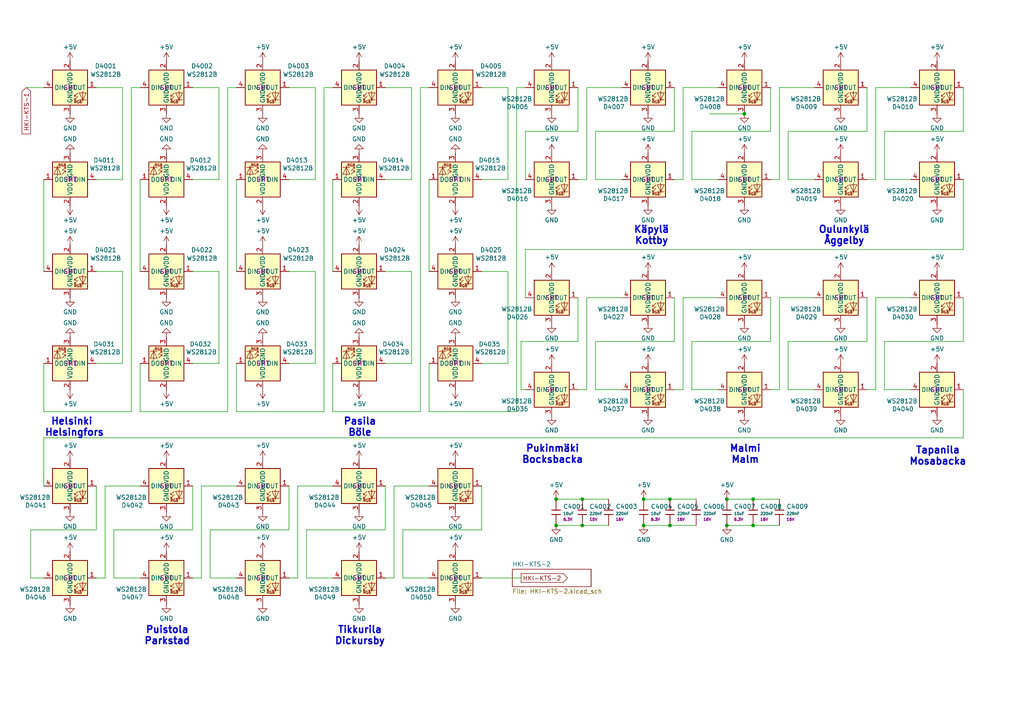
<source format=kicad_sch>
(kicad_sch (version 20250114) (generator "eeschema") (generator_version "9.0")
  (paper "A4")
  (title_block (title "Helsinki Region Live Train Map") (date "2025-06-28") (rev "1") (comment 1 "©Chris Dirks & Unto Ahti") (comment 2 "MIT License"))
  (text "Puistola\nParkstad\n" (at 48.514 184.404 0) (effects (font (size 2 2) (thickness 0.4) (bold yes))))
  (text "Malmi\nMalm\n" (at 216.154 131.826 0) (effects (font (size 2 2) (thickness 0.4) (bold yes))))
  (text "Tapanila\nMosabacka\n" (at 272.034 132.334 0) (effects (font (size 2 2) (thickness 0.4) (bold yes))))
  (text "Pasila\nBöle" (at 104.394 123.952 0) (effects (font (size 2 2) (thickness 0.4) (bold yes))))
  (text "Oulunkylä\nÅggelby" (at 244.856 68.326 0) (effects (font (size 2 2) (thickness 0.4) (bold yes))))
  (text "Käpylä\nKottby\n" (at 188.976 68.326 0) (effects (font (size 2 2) (thickness 0.4) (bold yes))))
  (text "Helsinki \nHelsingfors" (at 21.59 123.952 0) (effects (font (size 2 2) (thickness 0.4) (bold yes))))
  (text "Pukinmäki\nBocksbacka" (at 160.274 131.826 0) (effects (font (size 2 2) (thickness 0.4) (bold yes))))
  (text "Tikkurila\nDickursby\n" (at 104.394 184.404 0) (effects (font (size 2 2) (thickness 0.4) (bold yes))))
  (junction (at 186.69 144.78))
  (junction (at 161.29 144.78))
  (junction (at 161.29 152.4))
  (junction (at 210.82 144.78))
  (junction (at 194.31 144.78))
  (junction (at 218.44 144.78))
  (junction (at 168.91 152.4))
  (junction (at 215.9 33.02))
  (junction (at 186.69 152.4))
  (junction (at 194.31 152.4))
  (junction (at 210.82 152.4))
  (junction (at 218.44 152.4))
  (junction (at 168.91 144.78))
  (wire (pts (xy 215.9 33.02) (xy 205.74 33.02)))
  (wire (pts (xy 119.38 105.41) (xy 111.76 105.41)))
  (wire (pts (xy 30.48 167.64) (xy 30.48 140.97)))
  (wire (pts (xy 279.4 72.39) (xy 279.4 52.07)))
  (wire (pts (xy 116.84 167.64) (xy 124.46 167.64)))
  (wire (pts (xy 151.13 113.03) (xy 151.13 99.06)))
  (wire (pts (xy 254 113.03) (xy 251.46 113.03)))
  (wire (pts (xy 170.18 113.03) (xy 167.64 113.03)))
  (wire (pts (xy 33.02 167.64) (xy 40.64 167.64)))
  (wire (pts (xy 114.3 140.97) (xy 124.46 140.97)))
  (wire (pts (xy 149.86 119.38) (xy 124.46 119.38)))
  (wire (pts (xy 172.72 99.06) (xy 195.58 99.06)))
  (wire (pts (xy 186.69 152.4) (xy 194.31 152.4)))
  (wire (pts (xy 254 86.36) (xy 264.16 86.36)))
  (wire (pts (xy 218.44 144.78) (xy 226.06 144.78)))
  (wire (pts (xy 152.4 38.1) (xy 167.64 38.1)))
  (wire (pts (xy 96.52 25.4) (xy 93.98 25.4)))
  (wire (pts (xy 168.91 152.4) (xy 176.53 152.4)))
  (wire (pts (xy 147.32 52.07) (xy 139.7 52.07)))
  (wire (pts (xy 186.69 144.78) (xy 194.31 144.78)))
  (wire (pts (xy 198.12 52.07) (xy 195.58 52.07)))
  (wire (pts (xy 93.98 25.4) (xy 93.98 119.38)))
  (wire (pts (xy 119.38 25.4) (xy 119.38 52.07)))
  (wire (pts (xy 256.54 113.03) (xy 256.54 99.06)))
  (wire (pts (xy 12.7 105.41) (xy 12.7 119.38)))
  (wire (pts (xy 195.58 99.06) (xy 195.58 86.36)))
  (wire (pts (xy 124.46 119.38) (xy 124.46 105.41)))
  (wire (pts (xy 251.46 38.1) (xy 251.46 25.4)))
  (wire (pts (xy 12.7 127) (xy 279.4 127)))
  (wire (pts (xy 254 25.4) (xy 264.16 25.4)))
  (wire (pts (xy 119.38 52.07) (xy 111.76 52.07)))
  (wire (pts (xy 27.94 153.67) (xy 27.94 140.97)))
  (wire (pts (xy 116.84 167.64) (xy 116.84 153.67)))
  (wire (pts (xy 91.44 25.4) (xy 91.44 52.07)))
  (wire (pts (xy 151.13 113.03) (xy 152.4 113.03)))
  (wire (pts (xy 58.42 140.97) (xy 68.58 140.97)))
  (wire (pts (xy 12.7 52.07) (xy 12.7 78.74)))
  (wire (pts (xy 121.92 25.4) (xy 121.92 119.38)))
  (wire (pts (xy 161.29 144.78) (xy 168.91 144.78)))
  (wire (pts (xy 55.88 25.4) (xy 63.5 25.4)))
  (wire (pts (xy 228.6 113.03) (xy 236.22 113.03)))
  (wire (pts (xy 116.84 153.67) (xy 139.7 153.67)))
  (wire (pts (xy 58.42 167.64) (xy 58.42 140.97)))
  (wire (pts (xy 55.88 153.67) (xy 55.88 140.97)))
  (wire (pts (xy 228.6 38.1) (xy 251.46 38.1)))
  (wire (pts (xy 68.58 25.4) (xy 66.04 25.4)))
  (wire (pts (xy 200.66 52.07) (xy 208.28 52.07)))
  (wire (pts (xy 55.88 78.74) (xy 63.5 78.74)))
  (wire (pts (xy 33.02 167.64) (xy 33.02 153.67)))
  (wire (pts (xy 161.29 152.4) (xy 168.91 152.4)))
  (wire (pts (xy 167.64 86.36) (xy 167.64 99.06)))
  (wire (pts (xy 256.54 99.06) (xy 279.4 99.06)))
  (wire (pts (xy 35.56 78.74) (xy 35.56 105.41)))
  (wire (pts (xy 96.52 52.07) (xy 96.52 78.74)))
  (wire (pts (xy 172.72 52.07) (xy 180.34 52.07)))
  (wire (pts (xy 226.06 25.4) (xy 236.22 25.4)))
  (wire (pts (xy 198.12 86.36) (xy 208.28 86.36)))
  (wire (pts (xy 254 52.07) (xy 254 25.4)))
  (wire (pts (xy 119.38 78.74) (xy 119.38 105.41)))
  (wire (pts (xy 124.46 25.4) (xy 121.92 25.4)))
  (wire (pts (xy 279.4 127) (xy 279.4 113.03)))
  (wire (pts (xy 114.3 167.64) (xy 111.76 167.64)))
  (wire (pts (xy 170.18 25.4) (xy 180.34 25.4)))
  (wire (pts (xy 152.4 52.07) (xy 152.4 38.1)))
  (wire (pts (xy 194.31 152.4) (xy 201.93 152.4)))
  (wire (pts (xy 200.66 99.06) (xy 223.52 99.06)))
  (wire (pts (xy 27.94 25.4) (xy 35.56 25.4)))
  (wire (pts (xy 139.7 78.74) (xy 147.32 78.74)))
  (wire (pts (xy 30.48 167.64) (xy 27.94 167.64)))
  (wire (pts (xy 170.18 86.36) (xy 180.34 86.36)))
  (wire (pts (xy 40.64 52.07) (xy 40.64 78.74)))
  (wire (pts (xy 35.56 52.07) (xy 27.94 52.07)))
  (wire (pts (xy 172.72 38.1) (xy 195.58 38.1)))
  (wire (pts (xy 226.06 113.03) (xy 223.52 113.03)))
  (wire (pts (xy 124.46 52.07) (xy 124.46 78.74)))
  (wire (pts (xy 12.7 140.97) (xy 12.7 127)))
  (wire (pts (xy 251.46 99.06) (xy 251.46 86.36)))
  (wire (pts (xy 200.66 113.03) (xy 208.28 113.03)))
  (wire (pts (xy 152.4 72.39) (xy 279.4 72.39)))
  (wire (pts (xy 210.82 152.4) (xy 218.44 152.4)))
  (wire (pts (xy 168.91 144.78) (xy 176.53 144.78)))
  (wire (pts (xy 256.54 52.07) (xy 256.54 38.1)))
  (wire (pts (xy 149.86 119.38) (xy 149.86 25.4)))
  (wire (pts (xy 93.98 119.38) (xy 68.58 119.38)))
  (wire (pts (xy 139.7 153.67) (xy 139.7 140.97)))
  (wire (pts (xy 111.76 25.4) (xy 119.38 25.4)))
  (wire (pts (xy 172.72 113.03) (xy 172.72 99.06)))
  (wire (pts (xy 195.58 38.1) (xy 195.58 25.4)))
  (wire (pts (xy 223.52 38.1) (xy 223.52 25.4)))
  (wire (pts (xy 91.44 78.74) (xy 91.44 105.41)))
  (wire (pts (xy 40.64 25.4) (xy 38.1 25.4)))
  (wire (pts (xy 198.12 25.4) (xy 208.28 25.4)))
  (wire (pts (xy 8.89 167.64) (xy 12.7 167.64)))
  (wire (pts (xy 218.44 152.4) (xy 226.06 152.4)))
  (wire (pts (xy 111.76 78.74) (xy 119.38 78.74)))
  (wire (pts (xy 228.6 113.03) (xy 228.6 99.06)))
  (wire (pts (xy 60.96 153.67) (xy 83.82 153.67)))
  (wire (pts (xy 200.66 113.03) (xy 200.66 99.06)))
  (wire (pts (xy 83.82 153.67) (xy 83.82 140.97)))
  (wire (pts (xy 88.9 153.67) (xy 111.76 153.67)))
  (wire (pts (xy 68.58 52.07) (xy 68.58 78.74)))
  (wire (pts (xy 223.52 99.06) (xy 223.52 86.36)))
  (wire (pts (xy 226.06 52.07) (xy 226.06 25.4)))
  (wire (pts (xy 35.56 105.41) (xy 27.94 105.41)))
  (wire (pts (xy 200.66 52.07) (xy 200.66 38.1)))
  (wire (pts (xy 226.06 113.03) (xy 226.06 86.36)))
  (wire (pts (xy 256.54 113.03) (xy 264.16 113.03)))
  (wire (pts (xy 151.13 99.06) (xy 167.64 99.06)))
  (wire (pts (xy 66.04 119.38) (xy 40.64 119.38)))
  (wire (pts (xy 35.56 25.4) (xy 35.56 52.07)))
  (wire (pts (xy 170.18 52.07) (xy 167.64 52.07)))
  (wire (pts (xy 147.32 105.41) (xy 139.7 105.41)))
  (wire (pts (xy 91.44 105.41) (xy 83.82 105.41)))
  (wire (pts (xy 228.6 52.07) (xy 228.6 38.1)))
  (wire (pts (xy 83.82 78.74) (xy 91.44 78.74)))
  (wire (pts (xy 58.42 167.64) (xy 55.88 167.64)))
  (wire (pts (xy 88.9 167.64) (xy 88.9 153.67)))
  (wire (pts (xy 170.18 113.03) (xy 170.18 86.36)))
  (wire (pts (xy 60.96 167.64) (xy 60.96 153.67)))
  (wire (pts (xy 200.66 38.1) (xy 223.52 38.1)))
  (wire (pts (xy 63.5 78.74) (xy 63.5 105.41)))
  (wire (pts (xy 147.32 25.4) (xy 147.32 52.07)))
  (wire (pts (xy 8.89 167.64) (xy 8.89 153.67)))
  (wire (pts (xy 40.64 119.38) (xy 40.64 105.41)))
  (wire (pts (xy 149.86 25.4) (xy 152.4 25.4)))
  (wire (pts (xy 96.52 119.38) (xy 96.52 105.41)))
  (wire (pts (xy 27.94 78.74) (xy 35.56 78.74)))
  (wire (pts (xy 194.31 144.78) (xy 201.93 144.78)))
  (wire (pts (xy 86.36 140.97) (xy 96.52 140.97)))
  (wire (pts (xy 66.04 25.4) (xy 66.04 119.38)))
  (wire (pts (xy 68.58 105.41) (xy 68.58 119.38)))
  (wire (pts (xy 226.06 52.07) (xy 223.52 52.07)))
  (wire (pts (xy 147.32 78.74) (xy 147.32 105.41)))
  (wire (pts (xy 63.5 52.07) (xy 55.88 52.07)))
  (wire (pts (xy 121.92 119.38) (xy 96.52 119.38)))
  (wire (pts (xy 139.7 167.64) (xy 151.13 167.64)))
  (wire (pts (xy 91.44 52.07) (xy 83.82 52.07)))
  (wire (pts (xy 279.4 38.1) (xy 279.4 25.4)))
  (wire (pts (xy 63.5 25.4) (xy 63.5 52.07)))
  (wire (pts (xy 172.72 113.03) (xy 180.34 113.03)))
  (wire (pts (xy 198.12 25.4) (xy 198.12 52.07)))
  (wire (pts (xy 152.4 86.36) (xy 152.4 72.39)))
  (wire (pts (xy 172.72 52.07) (xy 172.72 38.1)))
  (wire (pts (xy 83.82 25.4) (xy 91.44 25.4)))
  (wire (pts (xy 114.3 140.97) (xy 114.3 167.64)))
  (wire (pts (xy 167.64 38.1) (xy 167.64 25.4)))
  (wire (pts (xy 38.1 119.38) (xy 12.7 119.38)))
  (wire (pts (xy 88.9 167.64) (xy 96.52 167.64)))
  (wire (pts (xy 228.6 99.06) (xy 251.46 99.06)))
  (wire (pts (xy 38.1 25.4) (xy 38.1 119.38)))
  (wire (pts (xy 30.48 140.97) (xy 40.64 140.97)))
  (wire (pts (xy 256.54 38.1) (xy 279.4 38.1)))
  (wire (pts (xy 8.89 153.67) (xy 27.94 153.67)))
  (wire (pts (xy 256.54 52.07) (xy 264.16 52.07)))
  (wire (pts (xy 198.12 113.03) (xy 195.58 113.03)))
  (wire (pts (xy 254 52.07) (xy 251.46 52.07)))
  (wire (pts (xy 279.4 86.36) (xy 279.4 99.06)))
  (wire (pts (xy 198.12 113.03) (xy 198.12 86.36)))
  (wire (pts (xy 170.18 52.07) (xy 170.18 25.4)))
  (wire (pts (xy 210.82 144.78) (xy 218.44 144.78)))
  (wire (pts (xy 111.76 153.67) (xy 111.76 140.97)))
  (wire (pts (xy 86.36 167.64) (xy 83.82 167.64)))
  (wire (pts (xy 254 113.03) (xy 254 86.36)))
  (wire (pts (xy 226.06 86.36) (xy 236.22 86.36)))
  (wire (pts (xy 139.7 25.4) (xy 147.32 25.4)))
  (wire (pts (xy 86.36 167.64) (xy 86.36 140.97)))
  (wire (pts (xy 60.96 167.64) (xy 68.58 167.64)))
  (wire (pts (xy 7.62 25.4) (xy 12.7 25.4)))
  (wire (pts (xy 33.02 153.67) (xy 55.88 153.67)))
  (wire (pts (xy 228.6 52.07) (xy 236.22 52.07)))
  (wire (pts (xy 63.5 105.41) (xy 55.88 105.41)))
  (global_label "HKI-KTS-1" (shape input) (at 7.62 25.4 270) (property "Intersheetrefs" "${INTERSHEET_REFS}" (effects (hide yes))))
  (global_label "HKI-KTS-2" (shape output) (at 151.13 167.64 0) (property "Intersheetrefs" "${INTERSHEET_REFS}" (effects (hide yes))))
  (symbol (lib_id "power:+5V") (at 215.9 44.45 0) (unit 1)
    (property "Reference" "#PWR04028" (effects (hide yes)))
    (property "Value" "+5V" (at 215.9 40.3169 0))
    (property "Description" "Power symbol creates a global label with name \"+5V\"" (effects (hide yes)))
  )
  (symbol (lib_id "power:GND") (at 186.69 152.4 0) (unit 1)
    (property "Reference" "#PWR04095" (effects (hide yes)))
    (property "Value" "GND" (at 186.69 156.5331 0))
    (property "Description" "Power symbol creates a global label with name \"GND\" , ground" (effects (hide yes)))
  )
  (symbol (lib_id "PCM_JLCPCB-Extended:LED, WS2812B, 1615") (at 271.78 86.36 0) (unit 1)
    (property "Reference" "D4030" (at 261.874 91.948 0))
    (property "Value" "WS2812B" (at 261.62 89.662 0))
    (property "Footprint" "PCM_JLCPCB:LED-SMD_4P-L1.6-W1.5_XL-1615RGBC-WS2812B" (effects (hide yes)))
    (property "Datasheet" "https://atta.szlcsc.com/upload/public/pdf/source/20230111/5AD58278EBED6B6650A81C53A19BF314.pdf" (effects (hide yes)))
    (property "Description" "1615 RGB LEDs(Built-in IC) ROHS" (effects (hide yes)))
    (property "LCSC" "C5349954" (effects (hide yes)))
    (property "Part" "XL-1615RGBC-WS2812B" (effects (hide yes)))
    (property "Manufacturer" "XINGLIGHT" (effects (hide yes)))
    (property "Process" "SMT" (at 271.78 86.36 0))
  )
  (symbol (lib_id "power:GND") (at 215.9 93.98 0) (unit 1)
    (property "Reference" "#PWR04058" (effects (hide yes)))
    (property "Value" "GND" (at 215.9 98.1131 0))
    (property "Description" "Power symbol creates a global label with name \"GND\" , ground" (effects (hide yes)))
  )
  (symbol (lib_id "power:+5V") (at 160.02 105.41 0) (unit 1)
    (property "Reference" "#PWR04066" (effects (hide yes)))
    (property "Value" "+5V" (at 160.02 101.2769 0))
    (property "Description" "Power symbol creates a global label with name \"+5V\"" (effects (hide yes)))
  )
  (symbol (lib_id "PCM_JLCPCB-Extended:LED, WS2812B, 1615") (at 76.2 25.4 0) (unit 1)
    (property "Reference" "D4003" (at 86.5376 19.1534 0))
    (property "Value" "WS2812B" (at 86.5376 21.5777 0))
    (property "Footprint" "PCM_JLCPCB:LED-SMD_4P-L1.6-W1.5_XL-1615RGBC-WS2812B" (effects (hide yes)))
    (property "Datasheet" "https://atta.szlcsc.com/upload/public/pdf/source/20230111/5AD58278EBED6B6650A81C53A19BF314.pdf" (effects (hide yes)))
    (property "Description" "1615 RGB LEDs(Built-in IC) ROHS" (effects (hide yes)))
    (property "LCSC" "C5349954" (effects (hide yes)))
    (property "Part" "XL-1615RGBC-WS2812B" (effects (hide yes)))
    (property "Manufacturer" "XINGLIGHT" (effects (hide yes)))
    (property "Process" "SMT" (at 76.2 25.4 0))
  )
  (symbol (lib_id "power:GND") (at 215.9 120.65 0) (unit 1)
    (property "Reference" "#PWR04078" (effects (hide yes)))
    (property "Value" "GND" (at 215.9 124.7831 0))
    (property "Description" "Power symbol creates a global label with name \"GND\" , ground" (effects (hide yes)))
  )
  (symbol (lib_id "power:+5V") (at 20.32 71.12 0) (unit 1)
    (property "Reference" "#PWR04041" (effects (hide yes)))
    (property "Value" "+5V" (at 20.32 66.9869 0))
    (property "Description" "Power symbol creates a global label with name \"+5V\"" (effects (hide yes)))
  )
  (symbol (lib_id "PCM_JLCPCB-Capacitors:0402,220nF") (at 194.31 148.59 0) (unit 1)
    (property "Reference" "C4005" (at 196.342 146.922 0) (effects (justify left)))
    (property "Value" "220nF" (at 196.342 148.9682 0) (effects (font (size 0.8 0.8)) (justify left)))
    (property "Footprint" "PCM_JLCPCB:C_0402" (effects (hide yes)))
    (property "Datasheet" "https://www.lcsc.com/datasheet/lcsc_datasheet_2304140030_Samsung-Electro-Mechanics-CL05B224KO5NNNC_C16772.pdf" (effects (hide yes)))
    (property "Description" "16V 220nF X7R ±10% 0402 Multilayer Ceramic Capacitors MLCC - SMD/SMT ROHS" (effects (hide yes)))
    (property "LCSC" "C16772" (effects (hide yes)))
    (property "Stock" "351761" (effects (hide yes)))
    (property "Price" "0.008USD" (effects (hide yes)))
    (property "Process" "SMT" (effects (hide yes)))
    (property "Minimum Qty" "20" (effects (hide yes)))
    (property "Attrition Qty" "10" (effects (hide yes)))
    (property "Class" "Basic Component" (effects (hide yes)))
    (property "Category" "Capacitors,Multilayer Ceramic Capacitors MLCC - SMD/SMT" (effects (hide yes)))
    (property "Manufacturer" "Samsung Electro-Mechanics" (effects (hide yes)))
    (property "Part" "CL05B224KO5NNNC" (effects (hide yes)))
    (property "Voltage Rated" "16V" (at 196.342 150.6362 0) (effects (font (size 0.8 0.8)) (justify left)))
    (property "Tolerance" "±10%" (effects (hide yes)))
    (property "Capacitance" "220nF" (effects (hide yes)))
    (property "Temperature Coefficient" "X7R" (effects (hide yes)))
  )
  (symbol (lib_id "power:+5V") (at 20.32 59.69 180) (unit 1)
    (property "Reference" "#PWR04031" (effects (hide yes)))
    (property "Value" "+5V" (at 20.32 63.8231 0))
    (property "Description" "Power symbol creates a global label with name \"+5V\"" (effects (hide yes)))
  )
  (symbol (lib_id "PCM_JLCPCB-Extended:LED, WS2812B, 1615") (at 215.9 25.4 0) (unit 1)
    (property "Reference" "D4008" (at 205.994 30.988 0))
    (property "Value" "WS2812B" (at 205.74 28.702 0))
    (property "Footprint" "PCM_JLCPCB:LED-SMD_4P-L1.6-W1.5_XL-1615RGBC-WS2812B" (effects (hide yes)))
    (property "Datasheet" "https://atta.szlcsc.com/upload/public/pdf/source/20230111/5AD58278EBED6B6650A81C53A19BF314.pdf" (effects (hide yes)))
    (property "Description" "1615 RGB LEDs(Built-in IC) ROHS" (effects (hide yes)))
    (property "LCSC" "C5349954" (effects (hide yes)))
    (property "Part" "XL-1615RGBC-WS2812B" (effects (hide yes)))
    (property "Manufacturer" "XINGLIGHT" (effects (hide yes)))
    (property "Process" "SMT" (at 215.9 25.4 0))
  )
  (symbol (lib_id "power:+5V") (at 161.29 144.78 0) (unit 1)
    (property "Reference" "#PWR04086" (effects (hide yes)))
    (property "Value" "+5V" (at 161.29 140.6469 0))
    (property "Description" "Power symbol creates a global label with name \"+5V\"" (effects (hide yes)))
  )
  (symbol (lib_id "power:+5V") (at 132.08 160.02 0) (unit 1)
    (property "Reference" "#PWR04101" (effects (hide yes)))
    (property "Value" "+5V" (at 132.08 155.8869 0))
    (property "Description" "Power symbol creates a global label with name \"+5V\"" (effects (hide yes)))
  )
  (symbol (lib_id "PCM_JLCPCB-Extended:LED, WS2812B, 1615") (at 20.32 78.74 0) (unit 1)
    (property "Reference" "D4021" (at 30.6576 72.4934 0))
    (property "Value" "WS2812B" (at 30.6576 74.9177 0))
    (property "Footprint" "PCM_JLCPCB:LED-SMD_4P-L1.6-W1.5_XL-1615RGBC-WS2812B" (effects (hide yes)))
    (property "Datasheet" "https://atta.szlcsc.com/upload/public/pdf/source/20230111/5AD58278EBED6B6650A81C53A19BF314.pdf" (effects (hide yes)))
    (property "Description" "1615 RGB LEDs(Built-in IC) ROHS" (effects (hide yes)))
    (property "LCSC" "C5349954" (effects (hide yes)))
    (property "Part" "XL-1615RGBC-WS2812B" (effects (hide yes)))
    (property "Manufacturer" "XINGLIGHT" (effects (hide yes)))
    (property "Process" "SMT" (at 20.32 78.74 0))
  )
  (symbol (lib_id "PCM_JLCPCB-Extended:LED, WS2812B, 1615") (at 243.84 86.36 0) (unit 1)
    (property "Reference" "D4029" (at 233.934 91.948 0))
    (property "Value" "WS2812B" (at 233.68 89.662 0))
    (property "Footprint" "PCM_JLCPCB:LED-SMD_4P-L1.6-W1.5_XL-1615RGBC-WS2812B" (effects (hide yes)))
    (property "Datasheet" "https://atta.szlcsc.com/upload/public/pdf/source/20230111/5AD58278EBED6B6650A81C53A19BF314.pdf" (effects (hide yes)))
    (property "Description" "1615 RGB LEDs(Built-in IC) ROHS" (effects (hide yes)))
    (property "LCSC" "C5349954" (effects (hide yes)))
    (property "Part" "XL-1615RGBC-WS2812B" (effects (hide yes)))
    (property "Manufacturer" "XINGLIGHT" (effects (hide yes)))
    (property "Process" "SMT" (at 243.84 86.36 0))
  )
  (symbol (lib_id "power:+5V") (at 76.2 160.02 0) (unit 1)
    (property "Reference" "#PWR04099" (effects (hide yes)))
    (property "Value" "+5V" (at 76.2 155.8869 0))
    (property "Description" "Power symbol creates a global label with name \"+5V\"" (effects (hide yes)))
  )
  (symbol (lib_id "PCM_JLCPCB-Extended:LED, WS2812B, 1615") (at 48.26 140.97 0) (unit 1)
    (property "Reference" "D4042" (at 38.354 146.558 0))
    (property "Value" "WS2812B" (at 38.1 144.272 0))
    (property "Footprint" "PCM_JLCPCB:LED-SMD_4P-L1.6-W1.5_XL-1615RGBC-WS2812B" (effects (hide yes)))
    (property "Datasheet" "https://atta.szlcsc.com/upload/public/pdf/source/20230111/5AD58278EBED6B6650A81C53A19BF314.pdf" (effects (hide yes)))
    (property "Description" "1615 RGB LEDs(Built-in IC) ROHS" (effects (hide yes)))
    (property "LCSC" "C5349954" (effects (hide yes)))
    (property "Part" "XL-1615RGBC-WS2812B" (effects (hide yes)))
    (property "Manufacturer" "XINGLIGHT" (effects (hide yes)))
    (property "Process" "SMT" (at 48.26 140.97 0))
  )
  (symbol (lib_id "power:GND") (at 132.08 175.26 0) (unit 1)
    (property "Reference" "#PWR04106" (effects (hide yes)))
    (property "Value" "GND" (at 132.08 179.3931 0))
    (property "Description" "Power symbol creates a global label with name \"GND\" , ground" (effects (hide yes)))
  )
  (symbol (lib_id "PCM_JLCPCB-Extended:LED, WS2812B, 1615") (at 215.9 86.36 0) (unit 1)
    (property "Reference" "D4028" (at 205.994 91.948 0))
    (property "Value" "WS2812B" (at 205.74 89.662 0))
    (property "Footprint" "PCM_JLCPCB:LED-SMD_4P-L1.6-W1.5_XL-1615RGBC-WS2812B" (effects (hide yes)))
    (property "Datasheet" "https://atta.szlcsc.com/upload/public/pdf/source/20230111/5AD58278EBED6B6650A81C53A19BF314.pdf" (effects (hide yes)))
    (property "Description" "1615 RGB LEDs(Built-in IC) ROHS" (effects (hide yes)))
    (property "LCSC" "C5349954" (effects (hide yes)))
    (property "Part" "XL-1615RGBC-WS2812B" (effects (hide yes)))
    (property "Manufacturer" "XINGLIGHT" (effects (hide yes)))
    (property "Process" "SMT" (at 215.9 86.36 0))
  )
  (symbol (lib_id "power:GND") (at 20.32 175.26 0) (unit 1)
    (property "Reference" "#PWR04102" (effects (hide yes)))
    (property "Value" "GND" (at 20.32 179.3931 0))
    (property "Description" "Power symbol creates a global label with name \"GND\" , ground" (effects (hide yes)))
  )
  (symbol (lib_id "power:GND") (at 132.08 148.59 0) (unit 1)
    (property "Reference" "#PWR04093" (effects (hide yes)))
    (property "Value" "GND" (at 132.08 152.7231 0))
    (property "Description" "Power symbol creates a global label with name \"GND\" , ground" (effects (hide yes)))
  )
  (symbol (lib_id "PCM_JLCPCB-Extended:LED, WS2812B, 1615") (at 104.14 52.07 180) (unit 1)
    (property "Reference" "D4014" (at 114.046 46.482 0))
    (property "Value" "WS2812B" (at 114.3 48.768 0))
    (property "Footprint" "PCM_JLCPCB:LED-SMD_4P-L1.6-W1.5_XL-1615RGBC-WS2812B" (effects (hide yes)))
    (property "Datasheet" "https://atta.szlcsc.com/upload/public/pdf/source/20230111/5AD58278EBED6B6650A81C53A19BF314.pdf" (effects (hide yes)))
    (property "Description" "1615 RGB LEDs(Built-in IC) ROHS" (effects (hide yes)))
    (property "LCSC" "C5349954" (effects (hide yes)))
    (property "Part" "XL-1615RGBC-WS2812B" (effects (hide yes)))
    (property "Manufacturer" "XINGLIGHT" (effects (hide yes)))
    (property "Process" "SMT" (at 104.14 52.07 0))
  )
  (symbol (lib_id "PCM_JLCPCB-Extended:LED, WS2812B, 1615") (at 48.26 78.74 0) (unit 1)
    (property "Reference" "D4022" (at 58.5976 72.4934 0))
    (property "Value" "WS2812B" (at 58.5976 74.9177 0))
    (property "Footprint" "PCM_JLCPCB:LED-SMD_4P-L1.6-W1.5_XL-1615RGBC-WS2812B" (effects (hide yes)))
    (property "Datasheet" "https://atta.szlcsc.com/upload/public/pdf/source/20230111/5AD58278EBED6B6650A81C53A19BF314.pdf" (effects (hide yes)))
    (property "Description" "1615 RGB LEDs(Built-in IC) ROHS" (effects (hide yes)))
    (property "LCSC" "C5349954" (effects (hide yes)))
    (property "Part" "XL-1615RGBC-WS2812B" (effects (hide yes)))
    (property "Manufacturer" "XINGLIGHT" (effects (hide yes)))
    (property "Process" "SMT" (at 48.26 78.74 0))
  )
  (symbol (lib_id "PCM_JLCPCB-Extended:LED, WS2812B, 1615") (at 271.78 52.07 0) (unit 1)
    (property "Reference" "D4020" (at 261.874 57.658 0))
    (property "Value" "WS2812B" (at 261.62 55.372 0))
    (property "Footprint" "PCM_JLCPCB:LED-SMD_4P-L1.6-W1.5_XL-1615RGBC-WS2812B" (effects (hide yes)))
    (property "Datasheet" "https://atta.szlcsc.com/upload/public/pdf/source/20230111/5AD58278EBED6B6650A81C53A19BF314.pdf" (effects (hide yes)))
    (property "Description" "1615 RGB LEDs(Built-in IC) ROHS" (effects (hide yes)))
    (property "LCSC" "C5349954" (effects (hide yes)))
    (property "Part" "XL-1615RGBC-WS2812B" (effects (hide yes)))
    (property "Manufacturer" "XINGLIGHT" (effects (hide yes)))
    (property "Process" "SMT" (at 271.78 52.07 0))
  )
  (symbol (lib_id "power:GND") (at 132.08 33.02 0) (unit 1)
    (property "Reference" "#PWR04015" (effects (hide yes)))
    (property "Value" "GND" (at 132.08 37.1531 0))
    (property "Description" "Power symbol creates a global label with name \"GND\" , ground" (effects (hide yes)))
  )
  (symbol (lib_id "power:GND") (at 132.08 44.45 180) (unit 1)
    (property "Reference" "#PWR04025" (effects (hide yes)))
    (property "Value" "GND" (at 132.08 40.3169 0))
    (property "Description" "Power symbol creates a global label with name \"GND\" , ground" (effects (hide yes)))
  )
  (symbol (lib_id "PCM_JLCPCB-Extended:LED, WS2812B, 1615") (at 187.96 25.4 0) (unit 1)
    (property "Reference" "D4007" (at 178.054 30.988 0))
    (property "Value" "WS2812B" (at 177.8 28.702 0))
    (property "Footprint" "PCM_JLCPCB:LED-SMD_4P-L1.6-W1.5_XL-1615RGBC-WS2812B" (effects (hide yes)))
    (property "Datasheet" "https://atta.szlcsc.com/upload/public/pdf/source/20230111/5AD58278EBED6B6650A81C53A19BF314.pdf" (effects (hide yes)))
    (property "Description" "1615 RGB LEDs(Built-in IC) ROHS" (effects (hide yes)))
    (property "LCSC" "C5349954" (effects (hide yes)))
    (property "Part" "XL-1615RGBC-WS2812B" (effects (hide yes)))
    (property "Manufacturer" "XINGLIGHT" (effects (hide yes)))
    (property "Process" "SMT" (at 187.96 25.4 0))
  )
  (symbol (lib_id "power:+5V") (at 104.14 160.02 0) (unit 1)
    (property "Reference" "#PWR04100" (effects (hide yes)))
    (property "Value" "+5V" (at 104.14 155.8869 0))
    (property "Description" "Power symbol creates a global label with name \"+5V\"" (effects (hide yes)))
  )
  (symbol (lib_id "power:GND") (at 132.08 86.36 0) (unit 1)
    (property "Reference" "#PWR04055" (effects (hide yes)))
    (property "Value" "GND" (at 132.08 90.4931 0))
    (property "Description" "Power symbol creates a global label with name \"GND\" , ground" (effects (hide yes)))
  )
  (symbol (lib_id "power:GND") (at 104.14 33.02 0) (unit 1)
    (property "Reference" "#PWR04014" (effects (hide yes)))
    (property "Value" "GND" (at 104.14 37.1531 0))
    (property "Description" "Power symbol creates a global label with name \"GND\" , ground" (effects (hide yes)))
  )
  (symbol (lib_id "power:GND") (at 160.02 59.69 0) (unit 1)
    (property "Reference" "#PWR04036" (effects (hide yes)))
    (property "Value" "GND" (at 160.02 63.8231 0))
    (property "Description" "Power symbol creates a global label with name \"GND\" , ground" (effects (hide yes)))
  )
  (symbol (lib_id "power:GND") (at 187.96 33.02 0) (unit 1)
    (property "Reference" "#PWR04017" (effects (hide yes)))
    (property "Value" "GND" (at 187.96 37.1531 0))
    (property "Description" "Power symbol creates a global label with name \"GND\" , ground" (effects (hide yes)))
  )
  (symbol (lib_id "power:GND") (at 104.14 175.26 0) (unit 1)
    (property "Reference" "#PWR04105" (effects (hide yes)))
    (property "Value" "GND" (at 104.14 179.3931 0))
    (property "Description" "Power symbol creates a global label with name \"GND\" , ground" (effects (hide yes)))
  )
  (symbol (lib_id "PCM_JLCPCB-Extended:LED, WS2812B, 1615") (at 20.32 140.97 0) (unit 1)
    (property "Reference" "D4041" (at 10.414 146.558 0))
    (property "Value" "WS2812B" (at 10.16 144.272 0))
    (property "Footprint" "PCM_JLCPCB:LED-SMD_4P-L1.6-W1.5_XL-1615RGBC-WS2812B" (effects (hide yes)))
    (property "Datasheet" "https://atta.szlcsc.com/upload/public/pdf/source/20230111/5AD58278EBED6B6650A81C53A19BF314.pdf" (effects (hide yes)))
    (property "Description" "1615 RGB LEDs(Built-in IC) ROHS" (effects (hide yes)))
    (property "LCSC" "C5349954" (effects (hide yes)))
    (property "Part" "XL-1615RGBC-WS2812B" (effects (hide yes)))
    (property "Manufacturer" "XINGLIGHT" (effects (hide yes)))
    (property "Process" "SMT" (at 20.32 140.97 0))
  )
  (symbol (lib_id "PCM_JLCPCB-Extended:LED, WS2812B, 1615") (at 243.84 25.4 0) (unit 1)
    (property "Reference" "D4009" (at 233.934 30.988 0))
    (property "Value" "WS2812B" (at 233.68 28.702 0))
    (property "Footprint" "PCM_JLCPCB:LED-SMD_4P-L1.6-W1.5_XL-1615RGBC-WS2812B" (effects (hide yes)))
    (property "Datasheet" "https://atta.szlcsc.com/upload/public/pdf/source/20230111/5AD58278EBED6B6650A81C53A19BF314.pdf" (effects (hide yes)))
    (property "Description" "1615 RGB LEDs(Built-in IC) ROHS" (effects (hide yes)))
    (property "LCSC" "C5349954" (effects (hide yes)))
    (property "Part" "XL-1615RGBC-WS2812B" (effects (hide yes)))
    (property "Manufacturer" "XINGLIGHT" (effects (hide yes)))
    (property "Process" "SMT" (at 243.84 25.4 0))
  )
  (symbol (lib_id "power:+5V") (at 187.96 17.78 0) (unit 1)
    (property "Reference" "#PWR04007" (effects (hide yes)))
    (property "Value" "+5V" (at 187.96 13.6469 0))
    (property "Description" "Power symbol creates a global label with name \"+5V\"" (effects (hide yes)))
  )
  (symbol (lib_id "power:GND") (at 132.08 97.79 180) (unit 1)
    (property "Reference" "#PWR04065" (effects (hide yes)))
    (property "Value" "GND" (at 132.08 93.6569 0))
    (property "Description" "Power symbol creates a global label with name \"GND\" , ground" (effects (hide yes)))
  )
  (symbol (lib_id "power:GND") (at 48.26 44.45 180) (unit 1)
    (property "Reference" "#PWR04022" (effects (hide yes)))
    (property "Value" "GND" (at 48.26 40.3169 0))
    (property "Description" "Power symbol creates a global label with name \"GND\" , ground" (effects (hide yes)))
  )
  (symbol (lib_id "power:+5V") (at 271.78 17.78 0) (unit 1)
    (property "Reference" "#PWR04010" (effects (hide yes)))
    (property "Value" "+5V" (at 271.78 13.6469 0))
    (property "Description" "Power symbol creates a global label with name \"+5V\"" (effects (hide yes)))
  )
  (symbol (lib_id "PCM_JLCPCB-Extended:LED, WS2812B, 1615") (at 104.14 167.64 0) (unit 1)
    (property "Reference" "D4049" (at 94.234 173.228 0))
    (property "Value" "WS2812B" (at 93.98 170.942 0))
    (property "Footprint" "PCM_JLCPCB:LED-SMD_4P-L1.6-W1.5_XL-1615RGBC-WS2812B" (effects (hide yes)))
    (property "Datasheet" "https://atta.szlcsc.com/upload/public/pdf/source/20230111/5AD58278EBED6B6650A81C53A19BF314.pdf" (effects (hide yes)))
    (property "Description" "1615 RGB LEDs(Built-in IC) ROHS" (effects (hide yes)))
    (property "LCSC" "C5349954" (effects (hide yes)))
    (property "Part" "XL-1615RGBC-WS2812B" (effects (hide yes)))
    (property "Manufacturer" "XINGLIGHT" (effects (hide yes)))
    (property "Process" "SMT" (at 104.14 167.64 0))
  )
  (symbol (lib_id "power:+5V") (at 132.08 59.69 180) (unit 1)
    (property "Reference" "#PWR04035" (effects (hide yes)))
    (property "Value" "+5V" (at 132.08 63.8231 0))
    (property "Description" "Power symbol creates a global label with name \"+5V\"" (effects (hide yes)))
  )
  (symbol (lib_id "PCM_JLCPCB-Extended:LED, WS2812B, 1615") (at 132.08 105.41 180) (unit 1)
    (property "Reference" "D4035" (at 141.986 99.822 0))
    (property "Value" "WS2812B" (at 142.24 102.108 0))
    (property "Footprint" "PCM_JLCPCB:LED-SMD_4P-L1.6-W1.5_XL-1615RGBC-WS2812B" (effects (hide yes)))
    (property "Datasheet" "https://atta.szlcsc.com/upload/public/pdf/source/20230111/5AD58278EBED6B6650A81C53A19BF314.pdf" (effects (hide yes)))
    (property "Description" "1615 RGB LEDs(Built-in IC) ROHS" (effects (hide yes)))
    (property "LCSC" "C5349954" (effects (hide yes)))
    (property "Part" "XL-1615RGBC-WS2812B" (effects (hide yes)))
    (property "Manufacturer" "XINGLIGHT" (effects (hide yes)))
    (property "Process" "SMT" (at 132.08 105.41 0))
  )
  (symbol (lib_id "power:GND") (at 215.9 59.69 0) (unit 1)
    (property "Reference" "#PWR04038" (effects (hide yes)))
    (property "Value" "GND" (at 215.9 63.8231 0))
    (property "Description" "Power symbol creates a global label with name \"GND\" , ground" (effects (hide yes)))
  )
  (symbol (lib_id "power:GND") (at 215.9 33.02 0) (unit 1)
    (property "Reference" "#PWR04018" (effects (hide yes)))
    (property "Value" "GND" (at 215.9 37.1531 0))
    (property "Description" "Power symbol creates a global label with name \"GND\" , ground" (effects (hide yes)))
  )
  (symbol (lib_id "PCM_JLCPCB-Extended:LED, WS2812B, 1615") (at 215.9 52.07 0) (unit 1)
    (property "Reference" "D4018" (at 205.994 57.658 0))
    (property "Value" "WS2812B" (at 205.74 55.372 0))
    (property "Footprint" "PCM_JLCPCB:LED-SMD_4P-L1.6-W1.5_XL-1615RGBC-WS2812B" (effects (hide yes)))
    (property "Datasheet" "https://atta.szlcsc.com/upload/public/pdf/source/20230111/5AD58278EBED6B6650A81C53A19BF314.pdf" (effects (hide yes)))
    (property "Description" "1615 RGB LEDs(Built-in IC) ROHS" (effects (hide yes)))
    (property "LCSC" "C5349954" (effects (hide yes)))
    (property "Part" "XL-1615RGBC-WS2812B" (effects (hide yes)))
    (property "Manufacturer" "XINGLIGHT" (effects (hide yes)))
    (property "Process" "SMT" (at 215.9 52.07 0))
  )
  (symbol (lib_id "PCM_JLCPCB-Extended:LED, WS2812B, 1615") (at 132.08 52.07 180) (unit 1)
    (property "Reference" "D4015" (at 141.986 46.482 0))
    (property "Value" "WS2812B" (at 142.24 48.768 0))
    (property "Footprint" "PCM_JLCPCB:LED-SMD_4P-L1.6-W1.5_XL-1615RGBC-WS2812B" (effects (hide yes)))
    (property "Datasheet" "https://atta.szlcsc.com/upload/public/pdf/source/20230111/5AD58278EBED6B6650A81C53A19BF314.pdf" (effects (hide yes)))
    (property "Description" "1615 RGB LEDs(Built-in IC) ROHS" (effects (hide yes)))
    (property "LCSC" "C5349954" (effects (hide yes)))
    (property "Part" "XL-1615RGBC-WS2812B" (effects (hide yes)))
    (property "Manufacturer" "XINGLIGHT" (effects (hide yes)))
    (property "Process" "SMT" (at 132.08 52.07 0))
  )
  (symbol (lib_id "PCM_JLCPCB-Extended:LED, WS2812B, 1615") (at 104.14 25.4 0) (unit 1)
    (property "Reference" "D4004" (at 114.4776 19.1534 0))
    (property "Value" "WS2812B" (at 114.4776 21.5777 0))
    (property "Footprint" "PCM_JLCPCB:LED-SMD_4P-L1.6-W1.5_XL-1615RGBC-WS2812B" (effects (hide yes)))
    (property "Datasheet" "https://atta.szlcsc.com/upload/public/pdf/source/20230111/5AD58278EBED6B6650A81C53A19BF314.pdf" (effects (hide yes)))
    (property "Description" "1615 RGB LEDs(Built-in IC) ROHS" (effects (hide yes)))
    (property "LCSC" "C5349954" (effects (hide yes)))
    (property "Part" "XL-1615RGBC-WS2812B" (effects (hide yes)))
    (property "Manufacturer" "XINGLIGHT" (effects (hide yes)))
    (property "Process" "SMT" (at 104.14 25.4 0))
  )
  (symbol (lib_id "PCM_JLCPCB-Extended:LED, WS2812B, 1615") (at 215.9 113.03 0) (unit 1)
    (property "Reference" "D4038" (at 205.994 118.618 0))
    (property "Value" "WS2812B" (at 205.74 116.332 0))
    (property "Footprint" "PCM_JLCPCB:LED-SMD_4P-L1.6-W1.5_XL-1615RGBC-WS2812B" (effects (hide yes)))
    (property "Datasheet" "https://atta.szlcsc.com/upload/public/pdf/source/20230111/5AD58278EBED6B6650A81C53A19BF314.pdf" (effects (hide yes)))
    (property "Description" "1615 RGB LEDs(Built-in IC) ROHS" (effects (hide yes)))
    (property "LCSC" "C5349954" (effects (hide yes)))
    (property "Part" "XL-1615RGBC-WS2812B" (effects (hide yes)))
    (property "Manufacturer" "XINGLIGHT" (effects (hide yes)))
    (property "Process" "SMT" (at 215.9 113.03 0))
  )
  (symbol (lib_id "power:GND") (at 104.14 148.59 0) (unit 1)
    (property "Reference" "#PWR04092" (effects (hide yes)))
    (property "Value" "GND" (at 104.14 152.7231 0))
    (property "Description" "Power symbol creates a global label with name \"GND\" , ground" (effects (hide yes)))
  )
  (symbol (lib_id "PCM_JLCPCB-Extended:LED, WS2812B, 1615") (at 160.02 25.4 0) (unit 1)
    (property "Reference" "D4006" (at 150.114 30.988 0))
    (property "Value" "WS2812B" (at 149.86 28.702 0))
    (property "Footprint" "PCM_JLCPCB:LED-SMD_4P-L1.6-W1.5_XL-1615RGBC-WS2812B" (effects (hide yes)))
    (property "Datasheet" "https://atta.szlcsc.com/upload/public/pdf/source/20230111/5AD58278EBED6B6650A81C53A19BF314.pdf" (effects (hide yes)))
    (property "Description" "1615 RGB LEDs(Built-in IC) ROHS" (effects (hide yes)))
    (property "LCSC" "C5349954" (effects (hide yes)))
    (property "Part" "XL-1615RGBC-WS2812B" (effects (hide yes)))
    (property "Manufacturer" "XINGLIGHT" (effects (hide yes)))
    (property "Process" "SMT" (at 160.02 25.4 0))
  )
  (symbol (lib_id "power:GND") (at 271.78 93.98 0) (unit 1)
    (property "Reference" "#PWR04060" (effects (hide yes)))
    (property "Value" "GND" (at 271.78 98.1131 0))
    (property "Description" "Power symbol creates a global label with name \"GND\" , ground" (effects (hide yes)))
  )
  (symbol (lib_id "power:GND") (at 243.84 33.02 0) (unit 1)
    (property "Reference" "#PWR04019" (effects (hide yes)))
    (property "Value" "GND" (at 243.84 37.1531 0))
    (property "Description" "Power symbol creates a global label with name \"GND\" , ground" (effects (hide yes)))
  )
  (symbol (lib_id "PCM_JLCPCB-Extended:LED, WS2812B, 1615") (at 132.08 25.4 0) (unit 1)
    (property "Reference" "D4005" (at 142.4176 19.1534 0))
    (property "Value" "WS2812B" (at 142.4176 21.5777 0))
    (property "Footprint" "PCM_JLCPCB:LED-SMD_4P-L1.6-W1.5_XL-1615RGBC-WS2812B" (effects (hide yes)))
    (property "Datasheet" "https://atta.szlcsc.com/upload/public/pdf/source/20230111/5AD58278EBED6B6650A81C53A19BF314.pdf" (effects (hide yes)))
    (property "Description" "1615 RGB LEDs(Built-in IC) ROHS" (effects (hide yes)))
    (property "LCSC" "C5349954" (effects (hide yes)))
    (property "Part" "XL-1615RGBC-WS2812B" (effects (hide yes)))
    (property "Manufacturer" "XINGLIGHT" (effects (hide yes)))
    (property "Process" "SMT" (at 132.08 25.4 0))
  )
  (symbol (lib_id "power:+5V") (at 20.32 160.02 0) (unit 1)
    (property "Reference" "#PWR04097" (effects (hide yes)))
    (property "Value" "+5V" (at 20.32 155.8869 0))
    (property "Description" "Power symbol creates a global label with name \"+5V\"" (effects (hide yes)))
  )
  (symbol (lib_id "power:+5V") (at 243.84 105.41 0) (unit 1)
    (property "Reference" "#PWR04069" (effects (hide yes)))
    (property "Value" "+5V" (at 243.84 101.2769 0))
    (property "Description" "Power symbol creates a global label with name \"+5V\"" (effects (hide yes)))
  )
  (symbol (lib_id "PCM_JLCPCB-Extended:LED, WS2812B, 1615") (at 48.26 52.07 180) (unit 1)
    (property "Reference" "D4012" (at 58.166 46.482 0))
    (property "Value" "WS2812B" (at 58.42 48.768 0))
    (property "Footprint" "PCM_JLCPCB:LED-SMD_4P-L1.6-W1.5_XL-1615RGBC-WS2812B" (effects (hide yes)))
    (property "Datasheet" "https://atta.szlcsc.com/upload/public/pdf/source/20230111/5AD58278EBED6B6650A81C53A19BF314.pdf" (effects (hide yes)))
    (property "Description" "1615 RGB LEDs(Built-in IC) ROHS" (effects (hide yes)))
    (property "LCSC" "C5349954" (effects (hide yes)))
    (property "Part" "XL-1615RGBC-WS2812B" (effects (hide yes)))
    (property "Manufacturer" "XINGLIGHT" (effects (hide yes)))
    (property "Process" "SMT" (at 48.26 52.07 0))
  )
  (symbol (lib_id "power:GND") (at 20.32 33.02 0) (unit 1)
    (property "Reference" "#PWR04011" (effects (hide yes)))
    (property "Value" "GND" (at 20.32 37.1531 0))
    (property "Description" "Power symbol creates a global label with name \"GND\" , ground" (effects (hide yes)))
  )
  (symbol (lib_id "power:GND") (at 76.2 33.02 0) (unit 1)
    (property "Reference" "#PWR04013" (effects (hide yes)))
    (property "Value" "GND" (at 76.2 37.1531 0))
    (property "Description" "Power symbol creates a global label with name \"GND\" , ground" (effects (hide yes)))
  )
  (symbol (lib_id "PCM_JLCPCB-Extended:LED, WS2812B, 1615") (at 76.2 78.74 0) (unit 1)
    (property "Reference" "D4023" (at 86.5376 72.4934 0))
    (property "Value" "WS2812B" (at 86.5376 74.9177 0))
    (property "Footprint" "PCM_JLCPCB:LED-SMD_4P-L1.6-W1.5_XL-1615RGBC-WS2812B" (effects (hide yes)))
    (property "Datasheet" "https://atta.szlcsc.com/upload/public/pdf/source/20230111/5AD58278EBED6B6650A81C53A19BF314.pdf" (effects (hide yes)))
    (property "Description" "1615 RGB LEDs(Built-in IC) ROHS" (effects (hide yes)))
    (property "LCSC" "C5349954" (effects (hide yes)))
    (property "Part" "XL-1615RGBC-WS2812B" (effects (hide yes)))
    (property "Manufacturer" "XINGLIGHT" (effects (hide yes)))
    (property "Process" "SMT" (at 76.2 78.74 0))
  )
  (symbol (lib_id "power:+5V") (at 186.69 144.78 0) (unit 1)
    (property "Reference" "#PWR04087" (effects (hide yes)))
    (property "Value" "+5V" (at 186.69 140.6469 0))
    (property "Description" "Power symbol creates a global label with name \"+5V\"" (effects (hide yes)))
  )
  (symbol (lib_id "power:+5V") (at 48.26 59.69 180) (unit 1)
    (property "Reference" "#PWR04032" (effects (hide yes)))
    (property "Value" "+5V" (at 48.26 63.8231 0))
    (property "Description" "Power symbol creates a global label with name \"+5V\"" (effects (hide yes)))
  )
  (symbol (lib_id "power:GND") (at 20.32 44.45 180) (unit 1)
    (property "Reference" "#PWR04021" (effects (hide yes)))
    (property "Value" "GND" (at 20.32 40.3169 0))
    (property "Description" "Power symbol creates a global label with name \"GND\" , ground" (effects (hide yes)))
  )
  (symbol (lib_id "PCM_JLCPCB-Capacitors:0402,10uF") (at 186.69 148.59 0) (unit 1)
    (property "Reference" "C4004" (at 188.722 146.922 0) (effects (justify left)))
    (property "Value" "10uF" (at 188.722 148.9682 0) (effects (font (size 0.8 0.8)) (justify left)))
    (property "Footprint" "PCM_JLCPCB:C_0402" (effects (hide yes)))
    (property "Datasheet" "https://www.lcsc.com/datasheet/lcsc_datasheet_2208231630_Samsung-Electro-Mechanics-CL05A106MQ5NUNC_C15525.pdf" (effects (hide yes)))
    (property "Description" "6.3V 10uF X5R ±20% 0402 Multilayer Ceramic Capacitors MLCC - SMD/SMT ROHS" (effects (hide yes)))
    (property "LCSC" "C15525" (effects (hide yes)))
    (property "Stock" "1595146" (effects (hide yes)))
    (property "Price" "0.007USD" (effects (hide yes)))
    (property "Process" "SMT" (effects (hide yes)))
    (property "Minimum Qty" "20" (effects (hide yes)))
    (property "Attrition Qty" "10" (effects (hide yes)))
    (property "Class" "Basic Component" (effects (hide yes)))
    (property "Category" "Capacitors,Multilayer Ceramic Capacitors MLCC - SMD/SMT" (effects (hide yes)))
    (property "Manufacturer" "Samsung Electro-Mechanics" (effects (hide yes)))
    (property "Part" "CL05A106MQ5NUNC" (effects (hide yes)))
    (property "Voltage Rated" "6.3V" (at 188.722 150.6362 0) (effects (font (size 0.8 0.8)) (justify left)))
    (property "Tolerance" "±20%" (effects (hide yes)))
    (property "Capacitance" "10uF" (effects (hide yes)))
    (property "Temperature Coefficient" "X5R" (effects (hide yes)))
  )
  (symbol (lib_id "power:+5V") (at 187.96 44.45 0) (unit 1)
    (property "Reference" "#PWR04027" (effects (hide yes)))
    (property "Value" "+5V" (at 187.96 40.3169 0))
    (property "Description" "Power symbol creates a global label with name \"+5V\"" (effects (hide yes)))
  )
  (symbol (lib_id "power:+5V") (at 48.26 71.12 0) (unit 1)
    (property "Reference" "#PWR04042" (effects (hide yes)))
    (property "Value" "+5V" (at 48.26 66.9869 0))
    (property "Description" "Power symbol creates a global label with name \"+5V\"" (effects (hide yes)))
  )
  (symbol (lib_id "PCM_JLCPCB-Extended:LED, WS2812B, 1615") (at 271.78 113.03 0) (unit 1)
    (property "Reference" "D4040" (at 261.874 118.618 0))
    (property "Value" "WS2812B" (at 261.62 116.332 0))
    (property "Footprint" "PCM_JLCPCB:LED-SMD_4P-L1.6-W1.5_XL-1615RGBC-WS2812B" (effects (hide yes)))
    (property "Datasheet" "https://atta.szlcsc.com/upload/public/pdf/source/20230111/5AD58278EBED6B6650A81C53A19BF314.pdf" (effects (hide yes)))
    (property "Description" "1615 RGB LEDs(Built-in IC) ROHS" (effects (hide yes)))
    (property "LCSC" "C5349954" (effects (hide yes)))
    (property "Part" "XL-1615RGBC-WS2812B" (effects (hide yes)))
    (property "Manufacturer" "XINGLIGHT" (effects (hide yes)))
    (property "Process" "SMT" (at 271.78 113.03 0))
  )
  (symbol (lib_id "power:GND") (at 187.96 59.69 0) (unit 1)
    (property "Reference" "#PWR04037" (effects (hide yes)))
    (property "Value" "GND" (at 187.96 63.8231 0))
    (property "Description" "Power symbol creates a global label with name \"GND\" , ground" (effects (hide yes)))
  )
  (symbol (lib_id "power:GND") (at 76.2 97.79 180) (unit 1)
    (property "Reference" "#PWR04063" (effects (hide yes)))
    (property "Value" "GND" (at 76.2 93.6569 0))
    (property "Description" "Power symbol creates a global label with name \"GND\" , ground" (effects (hide yes)))
  )
  (symbol (lib_id "power:GND") (at 104.14 86.36 0) (unit 1)
    (property "Reference" "#PWR04054" (effects (hide yes)))
    (property "Value" "GND" (at 104.14 90.4931 0))
    (property "Description" "Power symbol creates a global label with name \"GND\" , ground" (effects (hide yes)))
  )
  (symbol (lib_id "power:GND") (at 161.29 152.4 0) (unit 1)
    (property "Reference" "#PWR04094" (effects (hide yes)))
    (property "Value" "GND" (at 161.29 156.5331 0))
    (property "Description" "Power symbol creates a global label with name \"GND\" , ground" (effects (hide yes)))
  )
  (symbol (lib_id "PCM_JLCPCB-Extended:LED, WS2812B, 1615") (at 187.96 52.07 0) (unit 1)
    (property "Reference" "D4017" (at 178.054 57.658 0))
    (property "Value" "WS2812B" (at 177.8 55.372 0))
    (property "Footprint" "PCM_JLCPCB:LED-SMD_4P-L1.6-W1.5_XL-1615RGBC-WS2812B" (effects (hide yes)))
    (property "Datasheet" "https://atta.szlcsc.com/upload/public/pdf/source/20230111/5AD58278EBED6B6650A81C53A19BF314.pdf" (effects (hide yes)))
    (property "Description" "1615 RGB LEDs(Built-in IC) ROHS" (effects (hide yes)))
    (property "LCSC" "C5349954" (effects (hide yes)))
    (property "Part" "XL-1615RGBC-WS2812B" (effects (hide yes)))
    (property "Manufacturer" "XINGLIGHT" (effects (hide yes)))
    (property "Process" "SMT" (at 187.96 52.07 0))
  )
  (symbol (lib_id "PCM_JLCPCB-Extended:LED, WS2812B, 1615") (at 104.14 78.74 0) (unit 1)
    (property "Reference" "D4024" (at 114.4776 72.4934 0))
    (property "Value" "WS2812B" (at 114.4776 74.9177 0))
    (property "Footprint" "PCM_JLCPCB:LED-SMD_4P-L1.6-W1.5_XL-1615RGBC-WS2812B" (effects (hide yes)))
    (property "Datasheet" "https://atta.szlcsc.com/upload/public/pdf/source/20230111/5AD58278EBED6B6650A81C53A19BF314.pdf" (effects (hide yes)))
    (property "Description" "1615 RGB LEDs(Built-in IC) ROHS" (effects (hide yes)))
    (property "LCSC" "C5349954" (effects (hide yes)))
    (property "Part" "XL-1615RGBC-WS2812B" (effects (hide yes)))
    (property "Manufacturer" "XINGLIGHT" (effects (hide yes)))
    (property "Process" "SMT" (at 104.14 78.74 0))
  )
  (symbol (lib_id "power:+5V") (at 104.14 113.03 180) (unit 1)
    (property "Reference" "#PWR04074" (effects (hide yes)))
    (property "Value" "+5V" (at 104.14 117.1631 0))
    (property "Description" "Power symbol creates a global label with name \"+5V\"" (effects (hide yes)))
  )
  (symbol (lib_id "power:+5V") (at 48.26 133.35 0) (unit 1)
    (property "Reference" "#PWR04082" (effects (hide yes)))
    (property "Value" "+5V" (at 48.26 129.2169 0))
    (property "Description" "Power symbol creates a global label with name \"+5V\"" (effects (hide yes)))
  )
  (symbol (lib_id "power:GND") (at 20.32 86.36 0) (unit 1)
    (property "Reference" "#PWR04051" (effects (hide yes)))
    (property "Value" "GND" (at 20.32 90.4931 0))
    (property "Description" "Power symbol creates a global label with name \"GND\" , ground" (effects (hide yes)))
  )
  (symbol (lib_id "PCM_JLCPCB-Capacitors:0402,220nF") (at 226.06 148.59 0) (unit 1)
    (property "Reference" "C4009" (at 228.092 146.922 0) (effects (justify left)))
    (property "Value" "220nF" (at 228.092 148.9682 0) (effects (font (size 0.8 0.8)) (justify left)))
    (property "Footprint" "PCM_JLCPCB:C_0402" (effects (hide yes)))
    (property "Datasheet" "https://www.lcsc.com/datasheet/lcsc_datasheet_2304140030_Samsung-Electro-Mechanics-CL05B224KO5NNNC_C16772.pdf" (effects (hide yes)))
    (property "Description" "16V 220nF X7R ±10% 0402 Multilayer Ceramic Capacitors MLCC - SMD/SMT ROHS" (effects (hide yes)))
    (property "LCSC" "C16772" (effects (hide yes)))
    (property "Stock" "351761" (effects (hide yes)))
    (property "Price" "0.008USD" (effects (hide yes)))
    (property "Process" "SMT" (effects (hide yes)))
    (property "Minimum Qty" "20" (effects (hide yes)))
    (property "Attrition Qty" "10" (effects (hide yes)))
    (property "Class" "Basic Component" (effects (hide yes)))
    (property "Category" "Capacitors,Multilayer Ceramic Capacitors MLCC - SMD/SMT" (effects (hide yes)))
    (property "Manufacturer" "Samsung Electro-Mechanics" (effects (hide yes)))
    (property "Part" "CL05B224KO5NNNC" (effects (hide yes)))
    (property "Voltage Rated" "16V" (at 228.092 150.6362 0) (effects (font (size 0.8 0.8)) (justify left)))
    (property "Tolerance" "±10%" (effects (hide yes)))
    (property "Capacitance" "220nF" (effects (hide yes)))
    (property "Temperature Coefficient" "X7R" (effects (hide yes)))
  )
  (symbol (lib_id "PCM_JLCPCB-Extended:LED, WS2812B, 1615") (at 160.02 86.36 0) (unit 1)
    (property "Reference" "D4026" (at 150.114 91.948 0))
    (property "Value" "WS2812B" (at 149.86 89.662 0))
    (property "Footprint" "PCM_JLCPCB:LED-SMD_4P-L1.6-W1.5_XL-1615RGBC-WS2812B" (effects (hide yes)))
    (property "Datasheet" "https://atta.szlcsc.com/upload/public/pdf/source/20230111/5AD58278EBED6B6650A81C53A19BF314.pdf" (effects (hide yes)))
    (property "Description" "1615 RGB LEDs(Built-in IC) ROHS" (effects (hide yes)))
    (property "LCSC" "C5349954" (effects (hide yes)))
    (property "Part" "XL-1615RGBC-WS2812B" (effects (hide yes)))
    (property "Manufacturer" "XINGLIGHT" (effects (hide yes)))
    (property "Process" "SMT" (at 160.02 86.36 0))
  )
  (symbol (lib_id "power:+5V") (at 271.78 78.74 0) (unit 1)
    (property "Reference" "#PWR04050" (effects (hide yes)))
    (property "Value" "+5V" (at 271.78 74.6069 0))
    (property "Description" "Power symbol creates a global label with name \"+5V\"" (effects (hide yes)))
  )
  (symbol (lib_id "power:+5V") (at 187.96 78.74 0) (unit 1)
    (property "Reference" "#PWR04047" (effects (hide yes)))
    (property "Value" "+5V" (at 187.96 74.6069 0))
    (property "Description" "Power symbol creates a global label with name \"+5V\"" (effects (hide yes)))
  )
  (symbol (lib_id "power:GND") (at 20.32 148.59 0) (unit 1)
    (property "Reference" "#PWR04089" (effects (hide yes)))
    (property "Value" "GND" (at 20.32 152.7231 0))
    (property "Description" "Power symbol creates a global label with name \"GND\" , ground" (effects (hide yes)))
  )
  (symbol (lib_id "power:+5V") (at 76.2 113.03 180) (unit 1)
    (property "Reference" "#PWR04073" (effects (hide yes)))
    (property "Value" "+5V" (at 76.2 117.1631 0))
    (property "Description" "Power symbol creates a global label with name \"+5V\"" (effects (hide yes)))
  )
  (symbol (lib_id "power:+5V") (at 160.02 17.78 0) (unit 1)
    (property "Reference" "#PWR04006" (effects (hide yes)))
    (property "Value" "+5V" (at 160.02 13.6469 0))
    (property "Description" "Power symbol creates a global label with name \"+5V\"" (effects (hide yes)))
  )
  (symbol (lib_id "power:GND") (at 48.26 175.26 0) (unit 1)
    (property "Reference" "#PWR04103" (effects (hide yes)))
    (property "Value" "GND" (at 48.26 179.3931 0))
    (property "Description" "Power symbol creates a global label with name \"GND\" , ground" (effects (hide yes)))
  )
  (symbol (lib_id "PCM_JLCPCB-Extended:LED, WS2812B, 1615") (at 76.2 140.97 0) (unit 1)
    (property "Reference" "D4043" (at 66.294 146.558 0))
    (property "Value" "WS2812B" (at 66.04 144.272 0))
    (property "Footprint" "PCM_JLCPCB:LED-SMD_4P-L1.6-W1.5_XL-1615RGBC-WS2812B" (effects (hide yes)))
    (property "Datasheet" "https://atta.szlcsc.com/upload/public/pdf/source/20230111/5AD58278EBED6B6650A81C53A19BF314.pdf" (effects (hide yes)))
    (property "Description" "1615 RGB LEDs(Built-in IC) ROHS" (effects (hide yes)))
    (property "LCSC" "C5349954" (effects (hide yes)))
    (property "Part" "XL-1615RGBC-WS2812B" (effects (hide yes)))
    (property "Manufacturer" "XINGLIGHT" (effects (hide yes)))
    (property "Process" "SMT" (at 76.2 140.97 0))
  )
  (symbol (lib_id "PCM_JLCPCB-Extended:LED, WS2812B, 1615") (at 187.96 113.03 0) (unit 1)
    (property "Reference" "D4037" (at 178.054 118.618 0))
    (property "Value" "WS2812B" (at 177.8 116.332 0))
    (property "Footprint" "PCM_JLCPCB:LED-SMD_4P-L1.6-W1.5_XL-1615RGBC-WS2812B" (effects (hide yes)))
    (property "Datasheet" "https://atta.szlcsc.com/upload/public/pdf/source/20230111/5AD58278EBED6B6650A81C53A19BF314.pdf" (effects (hide yes)))
    (property "Description" "1615 RGB LEDs(Built-in IC) ROHS" (effects (hide yes)))
    (property "LCSC" "C5349954" (effects (hide yes)))
    (property "Part" "XL-1615RGBC-WS2812B" (effects (hide yes)))
    (property "Manufacturer" "XINGLIGHT" (effects (hide yes)))
    (property "Process" "SMT" (at 187.96 113.03 0))
  )
  (symbol (lib_id "power:+5V") (at 243.84 17.78 0) (unit 1)
    (property "Reference" "#PWR04009" (effects (hide yes)))
    (property "Value" "+5V" (at 243.84 13.6469 0))
    (property "Description" "Power symbol creates a global label with name \"+5V\"" (effects (hide yes)))
  )
  (symbol (lib_id "PCM_JLCPCB-Extended:LED, WS2812B, 1615") (at 76.2 105.41 180) (unit 1)
    (property "Reference" "D4033" (at 86.106 99.822 0))
    (property "Value" "WS2812B" (at 86.36 102.108 0))
    (property "Footprint" "PCM_JLCPCB:LED-SMD_4P-L1.6-W1.5_XL-1615RGBC-WS2812B" (effects (hide yes)))
    (property "Datasheet" "https://atta.szlcsc.com/upload/public/pdf/source/20230111/5AD58278EBED6B6650A81C53A19BF314.pdf" (effects (hide yes)))
    (property "Description" "1615 RGB LEDs(Built-in IC) ROHS" (effects (hide yes)))
    (property "LCSC" "C5349954" (effects (hide yes)))
    (property "Part" "XL-1615RGBC-WS2812B" (effects (hide yes)))
    (property "Manufacturer" "XINGLIGHT" (effects (hide yes)))
    (property "Process" "SMT" (at 76.2 105.41 0))
  )
  (symbol (lib_id "power:GND") (at 20.32 97.79 180) (unit 1)
    (property "Reference" "#PWR04061" (effects (hide yes)))
    (property "Value" "GND" (at 20.32 93.6569 0))
    (property "Description" "Power symbol creates a global label with name \"GND\" , ground" (effects (hide yes)))
  )
  (symbol (lib_id "power:+5V") (at 20.32 133.35 0) (unit 1)
    (property "Reference" "#PWR04081" (effects (hide yes)))
    (property "Value" "+5V" (at 20.32 129.2169 0))
    (property "Description" "Power symbol creates a global label with name \"+5V\"" (effects (hide yes)))
  )
  (symbol (lib_id "PCM_JLCPCB-Extended:LED, WS2812B, 1615") (at 76.2 52.07 180) (unit 1)
    (property "Reference" "D4013" (at 86.106 46.482 0))
    (property "Value" "WS2812B" (at 86.36 48.768 0))
    (property "Footprint" "PCM_JLCPCB:LED-SMD_4P-L1.6-W1.5_XL-1615RGBC-WS2812B" (effects (hide yes)))
    (property "Datasheet" "https://atta.szlcsc.com/upload/public/pdf/source/20230111/5AD58278EBED6B6650A81C53A19BF314.pdf" (effects (hide yes)))
    (property "Description" "1615 RGB LEDs(Built-in IC) ROHS" (effects (hide yes)))
    (property "LCSC" "C5349954" (effects (hide yes)))
    (property "Part" "XL-1615RGBC-WS2812B" (effects (hide yes)))
    (property "Manufacturer" "XINGLIGHT" (effects (hide yes)))
    (property "Process" "SMT" (at 76.2 52.07 0))
  )
  (symbol (lib_id "PCM_JLCPCB-Extended:LED, WS2812B, 1615") (at 160.02 113.03 0) (unit 1)
    (property "Reference" "D4036" (at 150.114 118.618 0))
    (property "Value" "WS2812B" (at 149.86 116.332 0))
    (property "Footprint" "PCM_JLCPCB:LED-SMD_4P-L1.6-W1.5_XL-1615RGBC-WS2812B" (effects (hide yes)))
    (property "Datasheet" "https://atta.szlcsc.com/upload/public/pdf/source/20230111/5AD58278EBED6B6650A81C53A19BF314.pdf" (effects (hide yes)))
    (property "Description" "1615 RGB LEDs(Built-in IC) ROHS" (effects (hide yes)))
    (property "LCSC" "C5349954" (effects (hide yes)))
    (property "Part" "XL-1615RGBC-WS2812B" (effects (hide yes)))
    (property "Manufacturer" "XINGLIGHT" (effects (hide yes)))
    (property "Process" "SMT" (at 160.02 113.03 0))
  )
  (symbol (lib_id "PCM_JLCPCB-Extended:LED, WS2812B, 1615") (at 271.78 25.4 0) (unit 1)
    (property "Reference" "D4010" (at 261.874 30.988 0))
    (property "Value" "WS2812B" (at 261.62 28.702 0))
    (property "Footprint" "PCM_JLCPCB:LED-SMD_4P-L1.6-W1.5_XL-1615RGBC-WS2812B" (effects (hide yes)))
    (property "Datasheet" "https://atta.szlcsc.com/upload/public/pdf/source/20230111/5AD58278EBED6B6650A81C53A19BF314.pdf" (effects (hide yes)))
    (property "Description" "1615 RGB LEDs(Built-in IC) ROHS" (effects (hide yes)))
    (property "LCSC" "C5349954" (effects (hide yes)))
    (property "Part" "XL-1615RGBC-WS2812B" (effects (hide yes)))
    (property "Manufacturer" "XINGLIGHT" (effects (hide yes)))
    (property "Process" "SMT" (at 271.78 25.4 0))
  )
  (symbol (lib_id "power:+5V") (at 76.2 71.12 0) (unit 1)
    (property "Reference" "#PWR04043" (effects (hide yes)))
    (property "Value" "+5V" (at 76.2 66.9869 0))
    (property "Description" "Power symbol creates a global label with name \"+5V\"" (effects (hide yes)))
  )
  (symbol (lib_id "PCM_JLCPCB-Extended:LED, WS2812B, 1615") (at 20.32 167.64 0) (unit 1)
    (property "Reference" "D4046" (at 10.414 173.228 0))
    (property "Value" "WS2812B" (at 10.16 170.942 0))
    (property "Footprint" "PCM_JLCPCB:LED-SMD_4P-L1.6-W1.5_XL-1615RGBC-WS2812B" (effects (hide yes)))
    (property "Datasheet" "https://atta.szlcsc.com/upload/public/pdf/source/20230111/5AD58278EBED6B6650A81C53A19BF314.pdf" (effects (hide yes)))
    (property "Description" "1615 RGB LEDs(Built-in IC) ROHS" (effects (hide yes)))
    (property "LCSC" "C5349954" (effects (hide yes)))
    (property "Part" "XL-1615RGBC-WS2812B" (effects (hide yes)))
    (property "Manufacturer" "XINGLIGHT" (effects (hide yes)))
    (property "Process" "SMT" (at 20.32 167.64 0))
  )
  (symbol (lib_id "PCM_JLCPCB-Extended:LED, WS2812B, 1615") (at 187.96 86.36 0) (unit 1)
    (property "Reference" "D4027" (at 178.054 91.948 0))
    (property "Value" "WS2812B" (at 177.8 89.662 0))
    (property "Footprint" "PCM_JLCPCB:LED-SMD_4P-L1.6-W1.5_XL-1615RGBC-WS2812B" (effects (hide yes)))
    (property "Datasheet" "https://atta.szlcsc.com/upload/public/pdf/source/20230111/5AD58278EBED6B6650A81C53A19BF314.pdf" (effects (hide yes)))
    (property "Description" "1615 RGB LEDs(Built-in IC) ROHS" (effects (hide yes)))
    (property "LCSC" "C5349954" (effects (hide yes)))
    (property "Part" "XL-1615RGBC-WS2812B" (effects (hide yes)))
    (property "Manufacturer" "XINGLIGHT" (effects (hide yes)))
    (property "Process" "SMT" (at 187.96 86.36 0))
  )
  (symbol (lib_id "power:+5V") (at 20.32 17.78 0) (unit 1)
    (property "Reference" "#PWR04001" (effects (hide yes)))
    (property "Value" "+5V" (at 20.32 13.6469 0))
    (property "Description" "Power symbol creates a global label with name \"+5V\"" (effects (hide yes)))
  )
  (symbol (lib_id "power:+5V") (at 210.82 144.78 0) (unit 1)
    (property "Reference" "#PWR04088" (effects (hide yes)))
    (property "Value" "+5V" (at 210.82 140.6469 0))
    (property "Description" "Power symbol creates a global label with name \"+5V\"" (effects (hide yes)))
  )
  (symbol (lib_id "power:+5V") (at 243.84 78.74 0) (unit 1)
    (property "Reference" "#PWR04049" (effects (hide yes)))
    (property "Value" "+5V" (at 243.84 74.6069 0))
    (property "Description" "Power symbol creates a global label with name \"+5V\"" (effects (hide yes)))
  )
  (symbol (lib_id "power:+5V") (at 76.2 133.35 0) (unit 1)
    (property "Reference" "#PWR04083" (effects (hide yes)))
    (property "Value" "+5V" (at 76.2 129.2169 0))
    (property "Description" "Power symbol creates a global label with name \"+5V\"" (effects (hide yes)))
  )
  (symbol (lib_id "power:GND") (at 76.2 44.45 180) (unit 1)
    (property "Reference" "#PWR04023" (effects (hide yes)))
    (property "Value" "GND" (at 76.2 40.3169 0))
    (property "Description" "Power symbol creates a global label with name \"GND\" , ground" (effects (hide yes)))
  )
  (symbol (lib_id "power:GND") (at 187.96 93.98 0) (unit 1)
    (property "Reference" "#PWR04057" (effects (hide yes)))
    (property "Value" "GND" (at 187.96 98.1131 0))
    (property "Description" "Power symbol creates a global label with name \"GND\" , ground" (effects (hide yes)))
  )
  (symbol (lib_id "PCM_JLCPCB-Capacitors:0402,10uF") (at 161.29 148.59 0) (unit 1)
    (property "Reference" "C4001" (at 163.322 146.922 0) (effects (justify left)))
    (property "Value" "10uF" (at 163.322 148.9682 0) (effects (font (size 0.8 0.8)) (justify left)))
    (property "Footprint" "PCM_JLCPCB:C_0402" (effects (hide yes)))
    (property "Datasheet" "https://www.lcsc.com/datasheet/lcsc_datasheet_2208231630_Samsung-Electro-Mechanics-CL05A106MQ5NUNC_C15525.pdf" (effects (hide yes)))
    (property "Description" "6.3V 10uF X5R ±20% 0402 Multilayer Ceramic Capacitors MLCC - SMD/SMT ROHS" (effects (hide yes)))
    (property "LCSC" "C15525" (effects (hide yes)))
    (property "Stock" "1595146" (effects (hide yes)))
    (property "Price" "0.007USD" (effects (hide yes)))
    (property "Process" "SMT" (effects (hide yes)))
    (property "Minimum Qty" "20" (effects (hide yes)))
    (property "Attrition Qty" "10" (effects (hide yes)))
    (property "Class" "Basic Component" (effects (hide yes)))
    (property "Category" "Capacitors,Multilayer Ceramic Capacitors MLCC - SMD/SMT" (effects (hide yes)))
    (property "Manufacturer" "Samsung Electro-Mechanics" (effects (hide yes)))
    (property "Part" "CL05A106MQ5NUNC" (effects (hide yes)))
    (property "Voltage Rated" "6.3V" (at 163.322 150.6362 0) (effects (font (size 0.8 0.8)) (justify left)))
    (property "Tolerance" "±20%" (effects (hide yes)))
    (property "Capacitance" "10uF" (effects (hide yes)))
    (property "Temperature Coefficient" "X5R" (effects (hide yes)))
  )
  (symbol (lib_id "power:GND") (at 48.26 33.02 0) (unit 1)
    (property "Reference" "#PWR04012" (effects (hide yes)))
    (property "Value" "GND" (at 48.26 37.1531 0))
    (property "Description" "Power symbol creates a global label with name \"GND\" , ground" (effects (hide yes)))
  )
  (symbol (lib_id "power:+5V") (at 48.26 160.02 0) (unit 1)
    (property "Reference" "#PWR04098" (effects (hide yes)))
    (property "Value" "+5V" (at 48.26 155.8869 0))
    (property "Description" "Power symbol creates a global label with name \"+5V\"" (effects (hide yes)))
  )
  (symbol (lib_id "power:GND") (at 210.82 152.4 0) (unit 1)
    (property "Reference" "#PWR04096" (effects (hide yes)))
    (property "Value" "GND" (at 210.82 156.5331 0))
    (property "Description" "Power symbol creates a global label with name \"GND\" , ground" (effects (hide yes)))
  )
  (symbol (lib_id "power:+5V") (at 20.32 113.03 180) (unit 1)
    (property "Reference" "#PWR04071" (effects (hide yes)))
    (property "Value" "+5V" (at 20.32 117.1631 0))
    (property "Description" "Power symbol creates a global label with name \"+5V\"" (effects (hide yes)))
  )
  (symbol (lib_id "power:GND") (at 48.26 86.36 0) (unit 1)
    (property "Reference" "#PWR04052" (effects (hide yes)))
    (property "Value" "GND" (at 48.26 90.4931 0))
    (property "Description" "Power symbol creates a global label with name \"GND\" , ground" (effects (hide yes)))
  )
  (symbol (lib_id "power:+5V") (at 76.2 17.78 0) (unit 1)
    (property "Reference" "#PWR04003" (effects (hide yes)))
    (property "Value" "+5V" (at 76.2 13.6469 0))
    (property "Description" "Power symbol creates a global label with name \"+5V\"" (effects (hide yes)))
  )
  (symbol (lib_id "power:GND") (at 76.2 86.36 0) (unit 1)
    (property "Reference" "#PWR04053" (effects (hide yes)))
    (property "Value" "GND" (at 76.2 90.4931 0))
    (property "Description" "Power symbol creates a global label with name \"GND\" , ground" (effects (hide yes)))
  )
  (symbol (lib_id "power:GND") (at 187.96 120.65 0) (unit 1)
    (property "Reference" "#PWR04077" (effects (hide yes)))
    (property "Value" "GND" (at 187.96 124.7831 0))
    (property "Description" "Power symbol creates a global label with name \"GND\" , ground" (effects (hide yes)))
  )
  (symbol (lib_id "PCM_JLCPCB-Capacitors:0402,220nF") (at 201.93 148.59 0) (unit 1)
    (property "Reference" "C4006" (at 203.962 146.922 0) (effects (justify left)))
    (property "Value" "220nF" (at 203.962 148.9682 0) (effects (font (size 0.8 0.8)) (justify left)))
    (property "Footprint" "PCM_JLCPCB:C_0402" (effects (hide yes)))
    (property "Datasheet" "https://www.lcsc.com/datasheet/lcsc_datasheet_2304140030_Samsung-Electro-Mechanics-CL05B224KO5NNNC_C16772.pdf" (effects (hide yes)))
    (property "Description" "16V 220nF X7R ±10% 0402 Multilayer Ceramic Capacitors MLCC - SMD/SMT ROHS" (effects (hide yes)))
    (property "LCSC" "C16772" (effects (hide yes)))
    (property "Stock" "351761" (effects (hide yes)))
    (property "Price" "0.008USD" (effects (hide yes)))
    (property "Process" "SMT" (effects (hide yes)))
    (property "Minimum Qty" "20" (effects (hide yes)))
    (property "Attrition Qty" "10" (effects (hide yes)))
    (property "Class" "Basic Component" (effects (hide yes)))
    (property "Category" "Capacitors,Multilayer Ceramic Capacitors MLCC - SMD/SMT" (effects (hide yes)))
    (property "Manufacturer" "Samsung Electro-Mechanics" (effects (hide yes)))
    (property "Part" "CL05B224KO5NNNC" (effects (hide yes)))
    (property "Voltage Rated" "16V" (at 203.962 150.6362 0) (effects (font (size 0.8 0.8)) (justify left)))
    (property "Tolerance" "±10%" (effects (hide yes)))
    (property "Capacitance" "220nF" (effects (hide yes)))
    (property "Temperature Coefficient" "X7R" (effects (hide yes)))
  )
  (symbol (lib_id "power:+5V") (at 215.9 105.41 0) (unit 1)
    (property "Reference" "#PWR04068" (effects (hide yes)))
    (property "Value" "+5V" (at 215.9 101.2769 0))
    (property "Description" "Power symbol creates a global label with name \"+5V\"" (effects (hide yes)))
  )
  (symbol (lib_id "power:+5V") (at 160.02 78.74 0) (unit 1)
    (property "Reference" "#PWR04046" (effects (hide yes)))
    (property "Value" "+5V" (at 160.02 74.6069 0))
    (property "Description" "Power symbol creates a global label with name \"+5V\"" (effects (hide yes)))
  )
  (symbol (lib_id "power:GND") (at 271.78 120.65 0) (unit 1)
    (property "Reference" "#PWR04080" (effects (hide yes)))
    (property "Value" "GND" (at 271.78 124.7831 0))
    (property "Description" "Power symbol creates a global label with name \"GND\" , ground" (effects (hide yes)))
  )
  (symbol (lib_id "power:+5V") (at 271.78 44.45 0) (unit 1)
    (property "Reference" "#PWR04030" (effects (hide yes)))
    (property "Value" "+5V" (at 271.78 40.3169 0))
    (property "Description" "Power symbol creates a global label with name \"+5V\"" (effects (hide yes)))
  )
  (symbol (lib_id "power:+5V") (at 104.14 133.35 0) (unit 1)
    (property "Reference" "#PWR04084" (effects (hide yes)))
    (property "Value" "+5V" (at 104.14 129.2169 0))
    (property "Description" "Power symbol creates a global label with name \"+5V\"" (effects (hide yes)))
  )
  (symbol (lib_id "power:GND") (at 104.14 44.45 180) (unit 1)
    (property "Reference" "#PWR04024" (effects (hide yes)))
    (property "Value" "GND" (at 104.14 40.3169 0))
    (property "Description" "Power symbol creates a global label with name \"GND\" , ground" (effects (hide yes)))
  )
  (symbol (lib_id "power:GND") (at 243.84 93.98 0) (unit 1)
    (property "Reference" "#PWR04059" (effects (hide yes)))
    (property "Value" "GND" (at 243.84 98.1131 0))
    (property "Description" "Power symbol creates a global label with name \"GND\" , ground" (effects (hide yes)))
  )
  (symbol (lib_id "power:+5V") (at 187.96 105.41 0) (unit 1)
    (property "Reference" "#PWR04067" (effects (hide yes)))
    (property "Value" "+5V" (at 187.96 101.2769 0))
    (property "Description" "Power symbol creates a global label with name \"+5V\"" (effects (hide yes)))
  )
  (symbol (lib_id "PCM_JLCPCB-Extended:LED, WS2812B, 1615") (at 160.02 52.07 0) (unit 1)
    (property "Reference" "D4016" (at 150.114 57.658 0))
    (property "Value" "WS2812B" (at 149.86 55.372 0))
    (property "Footprint" "PCM_JLCPCB:LED-SMD_4P-L1.6-W1.5_XL-1615RGBC-WS2812B" (effects (hide yes)))
    (property "Datasheet" "https://atta.szlcsc.com/upload/public/pdf/source/20230111/5AD58278EBED6B6650A81C53A19BF314.pdf" (effects (hide yes)))
    (property "Description" "1615 RGB LEDs(Built-in IC) ROHS" (effects (hide yes)))
    (property "LCSC" "C5349954" (effects (hide yes)))
    (property "Part" "XL-1615RGBC-WS2812B" (effects (hide yes)))
    (property "Manufacturer" "XINGLIGHT" (effects (hide yes)))
    (property "Process" "SMT" (at 160.02 52.07 0))
  )
  (symbol (lib_id "power:+5V") (at 160.02 44.45 0) (unit 1)
    (property "Reference" "#PWR04026" (effects (hide yes)))
    (property "Value" "+5V" (at 160.02 40.3169 0))
    (property "Description" "Power symbol creates a global label with name \"+5V\"" (effects (hide yes)))
  )
  (symbol (lib_id "PCM_JLCPCB-Extended:LED, WS2812B, 1615") (at 132.08 167.64 0) (unit 1)
    (property "Reference" "D4050" (at 122.174 173.228 0))
    (property "Value" "WS2812B" (at 121.92 170.942 0))
    (property "Footprint" "PCM_JLCPCB:LED-SMD_4P-L1.6-W1.5_XL-1615RGBC-WS2812B" (effects (hide yes)))
    (property "Datasheet" "https://atta.szlcsc.com/upload/public/pdf/source/20230111/5AD58278EBED6B6650A81C53A19BF314.pdf" (effects (hide yes)))
    (property "Description" "1615 RGB LEDs(Built-in IC) ROHS" (effects (hide yes)))
    (property "LCSC" "C5349954" (effects (hide yes)))
    (property "Part" "XL-1615RGBC-WS2812B" (effects (hide yes)))
    (property "Manufacturer" "XINGLIGHT" (effects (hide yes)))
    (property "Process" "SMT" (at 132.08 167.64 0))
  )
  (symbol (lib_id "PCM_JLCPCB-Extended:LED, WS2812B, 1615") (at 243.84 113.03 0) (unit 1)
    (property "Reference" "D4039" (at 233.934 118.618 0))
    (property "Value" "WS2812B" (at 233.68 116.332 0))
    (property "Footprint" "PCM_JLCPCB:LED-SMD_4P-L1.6-W1.5_XL-1615RGBC-WS2812B" (effects (hide yes)))
    (property "Datasheet" "https://atta.szlcsc.com/upload/public/pdf/source/20230111/5AD58278EBED6B6650A81C53A19BF314.pdf" (effects (hide yes)))
    (property "Description" "1615 RGB LEDs(Built-in IC) ROHS" (effects (hide yes)))
    (property "LCSC" "C5349954" (effects (hide yes)))
    (property "Part" "XL-1615RGBC-WS2812B" (effects (hide yes)))
    (property "Manufacturer" "XINGLIGHT" (effects (hide yes)))
    (property "Process" "SMT" (at 243.84 113.03 0))
  )
  (symbol (lib_id "power:GND") (at 76.2 175.26 0) (unit 1)
    (property "Reference" "#PWR04104" (effects (hide yes)))
    (property "Value" "GND" (at 76.2 179.3931 0))
    (property "Description" "Power symbol creates a global label with name \"GND\" , ground" (effects (hide yes)))
  )
  (symbol (lib_id "power:+5V") (at 104.14 71.12 0) (unit 1)
    (property "Reference" "#PWR04044" (effects (hide yes)))
    (property "Value" "+5V" (at 104.14 66.9869 0))
    (property "Description" "Power symbol creates a global label with name \"+5V\"" (effects (hide yes)))
  )
  (symbol (lib_id "power:+5V") (at 243.84 44.45 0) (unit 1)
    (property "Reference" "#PWR04029" (effects (hide yes)))
    (property "Value" "+5V" (at 243.84 40.3169 0))
    (property "Description" "Power symbol creates a global label with name \"+5V\"" (effects (hide yes)))
  )
  (symbol (lib_id "PCM_JLCPCB-Capacitors:0402,220nF") (at 168.91 148.59 0) (unit 1)
    (property "Reference" "C4002" (at 170.942 146.922 0) (effects (justify left)))
    (property "Value" "220nF" (at 170.942 148.9682 0) (effects (font (size 0.8 0.8)) (justify left)))
    (property "Footprint" "PCM_JLCPCB:C_0402" (effects (hide yes)))
    (property "Datasheet" "https://www.lcsc.com/datasheet/lcsc_datasheet_2304140030_Samsung-Electro-Mechanics-CL05B224KO5NNNC_C16772.pdf" (effects (hide yes)))
    (property "Description" "16V 220nF X7R ±10% 0402 Multilayer Ceramic Capacitors MLCC - SMD/SMT ROHS" (effects (hide yes)))
    (property "LCSC" "C16772" (effects (hide yes)))
    (property "Stock" "351761" (effects (hide yes)))
    (property "Price" "0.008USD" (effects (hide yes)))
    (property "Process" "SMT" (effects (hide yes)))
    (property "Minimum Qty" "20" (effects (hide yes)))
    (property "Attrition Qty" "10" (effects (hide yes)))
    (property "Class" "Basic Component" (effects (hide yes)))
    (property "Category" "Capacitors,Multilayer Ceramic Capacitors MLCC - SMD/SMT" (effects (hide yes)))
    (property "Manufacturer" "Samsung Electro-Mechanics" (effects (hide yes)))
    (property "Part" "CL05B224KO5NNNC" (effects (hide yes)))
    (property "Voltage Rated" "16V" (at 170.942 150.6362 0) (effects (font (size 0.8 0.8)) (justify left)))
    (property "Tolerance" "±10%" (effects (hide yes)))
    (property "Capacitance" "220nF" (effects (hide yes)))
    (property "Temperature Coefficient" "X7R" (effects (hide yes)))
  )
  (symbol (lib_id "PCM_JLCPCB-Extended:LED, WS2812B, 1615") (at 76.2 167.64 0) (unit 1)
    (property "Reference" "D4048" (at 66.294 173.228 0))
    (property "Value" "WS2812B" (at 66.04 170.942 0))
    (property "Footprint" "PCM_JLCPCB:LED-SMD_4P-L1.6-W1.5_XL-1615RGBC-WS2812B" (effects (hide yes)))
    (property "Datasheet" "https://atta.szlcsc.com/upload/public/pdf/source/20230111/5AD58278EBED6B6650A81C53A19BF314.pdf" (effects (hide yes)))
    (property "Description" "1615 RGB LEDs(Built-in IC) ROHS" (effects (hide yes)))
    (property "LCSC" "C5349954" (effects (hide yes)))
    (property "Part" "XL-1615RGBC-WS2812B" (effects (hide yes)))
    (property "Manufacturer" "XINGLIGHT" (effects (hide yes)))
    (property "Process" "SMT" (at 76.2 167.64 0))
  )
  (symbol (lib_id "PCM_JLCPCB-Extended:LED, WS2812B, 1615") (at 243.84 52.07 0) (unit 1)
    (property "Reference" "D4019" (at 233.934 57.658 0))
    (property "Value" "WS2812B" (at 233.68 55.372 0))
    (property "Footprint" "PCM_JLCPCB:LED-SMD_4P-L1.6-W1.5_XL-1615RGBC-WS2812B" (effects (hide yes)))
    (property "Datasheet" "https://atta.szlcsc.com/upload/public/pdf/source/20230111/5AD58278EBED6B6650A81C53A19BF314.pdf" (effects (hide yes)))
    (property "Description" "1615 RGB LEDs(Built-in IC) ROHS" (effects (hide yes)))
    (property "LCSC" "C5349954" (effects (hide yes)))
    (property "Part" "XL-1615RGBC-WS2812B" (effects (hide yes)))
    (property "Manufacturer" "XINGLIGHT" (effects (hide yes)))
    (property "Process" "SMT" (at 243.84 52.07 0))
  )
  (symbol (lib_id "power:GND") (at 243.84 120.65 0) (unit 1)
    (property "Reference" "#PWR04079" (effects (hide yes)))
    (property "Value" "GND" (at 243.84 124.7831 0))
    (property "Description" "Power symbol creates a global label with name \"GND\" , ground" (effects (hide yes)))
  )
  (symbol (lib_id "PCM_JLCPCB-Capacitors:0402,220nF") (at 218.44 148.59 0) (unit 1)
    (property "Reference" "C4008" (at 220.472 146.922 0) (effects (justify left)))
    (property "Value" "220nF" (at 220.472 148.9682 0) (effects (font (size 0.8 0.8)) (justify left)))
    (property "Footprint" "PCM_JLCPCB:C_0402" (effects (hide yes)))
    (property "Datasheet" "https://www.lcsc.com/datasheet/lcsc_datasheet_2304140030_Samsung-Electro-Mechanics-CL05B224KO5NNNC_C16772.pdf" (effects (hide yes)))
    (property "Description" "16V 220nF X7R ±10% 0402 Multilayer Ceramic Capacitors MLCC - SMD/SMT ROHS" (effects (hide yes)))
    (property "LCSC" "C16772" (effects (hide yes)))
    (property "Stock" "351761" (effects (hide yes)))
    (property "Price" "0.008USD" (effects (hide yes)))
    (property "Process" "SMT" (effects (hide yes)))
    (property "Minimum Qty" "20" (effects (hide yes)))
    (property "Attrition Qty" "10" (effects (hide yes)))
    (property "Class" "Basic Component" (effects (hide yes)))
    (property "Category" "Capacitors,Multilayer Ceramic Capacitors MLCC - SMD/SMT" (effects (hide yes)))
    (property "Manufacturer" "Samsung Electro-Mechanics" (effects (hide yes)))
    (property "Part" "CL05B224KO5NNNC" (effects (hide yes)))
    (property "Voltage Rated" "16V" (at 220.472 150.6362 0) (effects (font (size 0.8 0.8)) (justify left)))
    (property "Tolerance" "±10%" (effects (hide yes)))
    (property "Capacitance" "220nF" (effects (hide yes)))
    (property "Temperature Coefficient" "X7R" (effects (hide yes)))
  )
  (symbol (lib_id "power:GND") (at 243.84 59.69 0) (unit 1)
    (property "Reference" "#PWR04039" (effects (hide yes)))
    (property "Value" "GND" (at 243.84 63.8231 0))
    (property "Description" "Power symbol creates a global label with name \"GND\" , ground" (effects (hide yes)))
  )
  (symbol (lib_id "PCM_JLCPCB-Extended:LED, WS2812B, 1615") (at 132.08 78.74 0) (unit 1)
    (property "Reference" "D4025" (at 142.4176 72.4934 0))
    (property "Value" "WS2812B" (at 142.4176 74.9177 0))
    (property "Footprint" "PCM_JLCPCB:LED-SMD_4P-L1.6-W1.5_XL-1615RGBC-WS2812B" (effects (hide yes)))
    (property "Datasheet" "https://atta.szlcsc.com/upload/public/pdf/source/20230111/5AD58278EBED6B6650A81C53A19BF314.pdf" (effects (hide yes)))
    (property "Description" "1615 RGB LEDs(Built-in IC) ROHS" (effects (hide yes)))
    (property "LCSC" "C5349954" (effects (hide yes)))
    (property "Part" "XL-1615RGBC-WS2812B" (effects (hide yes)))
    (property "Manufacturer" "XINGLIGHT" (effects (hide yes)))
    (property "Process" "SMT" (at 132.08 78.74 0))
  )
  (symbol (lib_id "power:+5V") (at 215.9 78.74 0) (unit 1)
    (property "Reference" "#PWR04048" (effects (hide yes)))
    (property "Value" "+5V" (at 215.9 74.6069 0))
    (property "Description" "Power symbol creates a global label with name \"+5V\"" (effects (hide yes)))
  )
  (symbol (lib_id "PCM_JLCPCB-Extended:LED, WS2812B, 1615") (at 48.26 105.41 180) (unit 1)
    (property "Reference" "D4032" (at 58.166 99.822 0))
    (property "Value" "WS2812B" (at 58.42 102.108 0))
    (property "Footprint" "PCM_JLCPCB:LED-SMD_4P-L1.6-W1.5_XL-1615RGBC-WS2812B" (effects (hide yes)))
    (property "Datasheet" "https://atta.szlcsc.com/upload/public/pdf/source/20230111/5AD58278EBED6B6650A81C53A19BF314.pdf" (effects (hide yes)))
    (property "Description" "1615 RGB LEDs(Built-in IC) ROHS" (effects (hide yes)))
    (property "LCSC" "C5349954" (effects (hide yes)))
    (property "Part" "XL-1615RGBC-WS2812B" (effects (hide yes)))
    (property "Manufacturer" "XINGLIGHT" (effects (hide yes)))
    (property "Process" "SMT" (at 48.26 105.41 0))
  )
  (symbol (lib_id "power:+5V") (at 48.26 113.03 180) (unit 1)
    (property "Reference" "#PWR04072" (effects (hide yes)))
    (property "Value" "+5V" (at 48.26 117.1631 0))
    (property "Description" "Power symbol creates a global label with name \"+5V\"" (effects (hide yes)))
  )
  (symbol (lib_id "PCM_JLCPCB-Extended:LED, WS2812B, 1615") (at 48.26 25.4 0) (unit 1)
    (property "Reference" "D4002" (at 58.5976 19.1534 0))
    (property "Value" "WS2812B" (at 58.5976 21.5777 0))
    (property "Footprint" "PCM_JLCPCB:LED-SMD_4P-L1.6-W1.5_XL-1615RGBC-WS2812B" (effects (hide yes)))
    (property "Datasheet" "https://atta.szlcsc.com/upload/public/pdf/source/20230111/5AD58278EBED6B6650A81C53A19BF314.pdf" (effects (hide yes)))
    (property "Description" "1615 RGB LEDs(Built-in IC) ROHS" (effects (hide yes)))
    (property "LCSC" "C5349954" (effects (hide yes)))
    (property "Part" "XL-1615RGBC-WS2812B" (effects (hide yes)))
    (property "Manufacturer" "XINGLIGHT" (effects (hide yes)))
    (property "Process" "SMT" (at 48.26 25.4 0))
  )
  (symbol (lib_id "power:GND") (at 48.26 148.59 0) (unit 1)
    (property "Reference" "#PWR04090" (effects (hide yes)))
    (property "Value" "GND" (at 48.26 152.7231 0))
    (property "Description" "Power symbol creates a global label with name \"GND\" , ground" (effects (hide yes)))
  )
  (symbol (lib_id "PCM_JLCPCB-Extended:LED, WS2812B, 1615") (at 48.26 167.64 0) (unit 1)
    (property "Reference" "D4047" (at 38.354 173.228 0))
    (property "Value" "WS2812B" (at 38.1 170.942 0))
    (property "Footprint" "PCM_JLCPCB:LED-SMD_4P-L1.6-W1.5_XL-1615RGBC-WS2812B" (effects (hide yes)))
    (property "Datasheet" "https://atta.szlcsc.com/upload/public/pdf/source/20230111/5AD58278EBED6B6650A81C53A19BF314.pdf" (effects (hide yes)))
    (property "Description" "1615 RGB LEDs(Built-in IC) ROHS" (effects (hide yes)))
    (property "LCSC" "C5349954" (effects (hide yes)))
    (property "Part" "XL-1615RGBC-WS2812B" (effects (hide yes)))
    (property "Manufacturer" "XINGLIGHT" (effects (hide yes)))
    (property "Process" "SMT" (at 48.26 167.64 0))
  )
  (symbol (lib_id "power:GND") (at 271.78 33.02 0) (unit 1)
    (property "Reference" "#PWR04020" (effects (hide yes)))
    (property "Value" "GND" (at 271.78 37.1531 0))
    (property "Description" "Power symbol creates a global label with name \"GND\" , ground" (effects (hide yes)))
  )
  (symbol (lib_id "power:GND") (at 271.78 59.69 0) (unit 1)
    (property "Reference" "#PWR04040" (effects (hide yes)))
    (property "Value" "GND" (at 271.78 63.8231 0))
    (property "Description" "Power symbol creates a global label with name \"GND\" , ground" (effects (hide yes)))
  )
  (symbol (lib_id "PCM_JLCPCB-Extended:LED, WS2812B, 1615") (at 132.08 140.97 0) (unit 1)
    (property "Reference" "D4045" (at 122.174 146.558 0))
    (property "Value" "WS2812B" (at 121.92 144.272 0))
    (property "Footprint" "PCM_JLCPCB:LED-SMD_4P-L1.6-W1.5_XL-1615RGBC-WS2812B" (effects (hide yes)))
    (property "Datasheet" "https://atta.szlcsc.com/upload/public/pdf/source/20230111/5AD58278EBED6B6650A81C53A19BF314.pdf" (effects (hide yes)))
    (property "Description" "1615 RGB LEDs(Built-in IC) ROHS" (effects (hide yes)))
    (property "LCSC" "C5349954" (effects (hide yes)))
    (property "Part" "XL-1615RGBC-WS2812B" (effects (hide yes)))
    (property "Manufacturer" "XINGLIGHT" (effects (hide yes)))
    (property "Process" "SMT" (at 132.08 140.97 0))
  )
  (symbol (lib_id "PCM_JLCPCB-Capacitors:0402,10uF") (at 210.82 148.59 0) (unit 1)
    (property "Reference" "C4007" (at 212.852 146.922 0) (effects (justify left)))
    (property "Value" "10uF" (at 212.852 148.9682 0) (effects (font (size 0.8 0.8)) (justify left)))
    (property "Footprint" "PCM_JLCPCB:C_0402" (effects (hide yes)))
    (property "Datasheet" "https://www.lcsc.com/datasheet/lcsc_datasheet_2208231630_Samsung-Electro-Mechanics-CL05A106MQ5NUNC_C15525.pdf" (effects (hide yes)))
    (property "Description" "6.3V 10uF X5R ±20% 0402 Multilayer Ceramic Capacitors MLCC - SMD/SMT ROHS" (effects (hide yes)))
    (property "LCSC" "C15525" (effects (hide yes)))
    (property "Stock" "1595146" (effects (hide yes)))
    (property "Price" "0.007USD" (effects (hide yes)))
    (property "Process" "SMT" (effects (hide yes)))
    (property "Minimum Qty" "20" (effects (hide yes)))
    (property "Attrition Qty" "10" (effects (hide yes)))
    (property "Class" "Basic Component" (effects (hide yes)))
    (property "Category" "Capacitors,Multilayer Ceramic Capacitors MLCC - SMD/SMT" (effects (hide yes)))
    (property "Manufacturer" "Samsung Electro-Mechanics" (effects (hide yes)))
    (property "Part" "CL05A106MQ5NUNC" (effects (hide yes)))
    (property "Voltage Rated" "6.3V" (at 212.852 150.6362 0) (effects (font (size 0.8 0.8)) (justify left)))
    (property "Tolerance" "±20%" (effects (hide yes)))
    (property "Capacitance" "10uF" (effects (hide yes)))
    (property "Temperature Coefficient" "X5R" (effects (hide yes)))
  )
  (symbol (lib_id "power:+5V") (at 132.08 133.35 0) (unit 1)
    (property "Reference" "#PWR04085" (effects (hide yes)))
    (property "Value" "+5V" (at 132.08 129.2169 0))
    (property "Description" "Power symbol creates a global label with name \"+5V\"" (effects (hide yes)))
  )
  (symbol (lib_id "power:GND") (at 48.26 97.79 180) (unit 1)
    (property "Reference" "#PWR04062" (effects (hide yes)))
    (property "Value" "GND" (at 48.26 93.6569 0))
    (property "Description" "Power symbol creates a global label with name \"GND\" , ground" (effects (hide yes)))
  )
  (symbol (lib_id "power:GND") (at 104.14 97.79 180) (unit 1)
    (property "Reference" "#PWR04064" (effects (hide yes)))
    (property "Value" "GND" (at 104.14 93.6569 0))
    (property "Description" "Power symbol creates a global label with name \"GND\" , ground" (effects (hide yes)))
  )
  (symbol (lib_id "PCM_JLCPCB-Extended:LED, WS2812B, 1615") (at 20.32 105.41 180) (unit 1)
    (property "Reference" "D4031" (at 30.226 99.822 0))
    (property "Value" "WS2812B" (at 30.48 102.108 0))
    (property "Footprint" "PCM_JLCPCB:LED-SMD_4P-L1.6-W1.5_XL-1615RGBC-WS2812B" (effects (hide yes)))
    (property "Datasheet" "https://atta.szlcsc.com/upload/public/pdf/source/20230111/5AD58278EBED6B6650A81C53A19BF314.pdf" (effects (hide yes)))
    (property "Description" "1615 RGB LEDs(Built-in IC) ROHS" (effects (hide yes)))
    (property "LCSC" "C5349954" (effects (hide yes)))
    (property "Part" "XL-1615RGBC-WS2812B" (effects (hide yes)))
    (property "Manufacturer" "XINGLIGHT" (effects (hide yes)))
    (property "Process" "SMT" (at 20.32 105.41 0))
  )
  (symbol (lib_id "power:GND") (at 160.02 93.98 0) (unit 1)
    (property "Reference" "#PWR04056" (effects (hide yes)))
    (property "Value" "GND" (at 160.02 98.1131 0))
    (property "Description" "Power symbol creates a global label with name \"GND\" , ground" (effects (hide yes)))
  )
  (symbol (lib_id "PCM_JLCPCB-Extended:LED, WS2812B, 1615") (at 20.32 52.07 180) (unit 1)
    (property "Reference" "D4011" (at 30.226 46.482 0))
    (property "Value" "WS2812B" (at 30.48 48.768 0))
    (property "Footprint" "PCM_JLCPCB:LED-SMD_4P-L1.6-W1.5_XL-1615RGBC-WS2812B" (effects (hide yes)))
    (property "Datasheet" "https://atta.szlcsc.com/upload/public/pdf/source/20230111/5AD58278EBED6B6650A81C53A19BF314.pdf" (effects (hide yes)))
    (property "Description" "1615 RGB LEDs(Built-in IC) ROHS" (effects (hide yes)))
    (property "LCSC" "C5349954" (effects (hide yes)))
    (property "Part" "XL-1615RGBC-WS2812B" (effects (hide yes)))
    (property "Manufacturer" "XINGLIGHT" (effects (hide yes)))
    (property "Process" "SMT" (at 20.32 52.07 0))
  )
  (symbol (lib_id "power:+5V") (at 271.78 105.41 0) (unit 1)
    (property "Reference" "#PWR04070" (effects (hide yes)))
    (property "Value" "+5V" (at 271.78 101.2769 0))
    (property "Description" "Power symbol creates a global label with name \"+5V\"" (effects (hide yes)))
  )
  (symbol (lib_id "PCM_JLCPCB-Capacitors:0402,220nF") (at 176.53 148.59 0) (unit 1)
    (property "Reference" "C4003" (at 178.562 146.922 0) (effects (justify left)))
    (property "Value" "220nF" (at 178.562 148.9682 0) (effects (font (size 0.8 0.8)) (justify left)))
    (property "Footprint" "PCM_JLCPCB:C_0402" (effects (hide yes)))
    (property "Datasheet" "https://www.lcsc.com/datasheet/lcsc_datasheet_2304140030_Samsung-Electro-Mechanics-CL05B224KO5NNNC_C16772.pdf" (effects (hide yes)))
    (property "Description" "16V 220nF X7R ±10% 0402 Multilayer Ceramic Capacitors MLCC - SMD/SMT ROHS" (effects (hide yes)))
    (property "LCSC" "C16772" (effects (hide yes)))
    (property "Stock" "351761" (effects (hide yes)))
    (property "Price" "0.008USD" (effects (hide yes)))
    (property "Process" "SMT" (effects (hide yes)))
    (property "Minimum Qty" "20" (effects (hide yes)))
    (property "Attrition Qty" "10" (effects (hide yes)))
    (property "Class" "Basic Component" (effects (hide yes)))
    (property "Category" "Capacitors,Multilayer Ceramic Capacitors MLCC - SMD/SMT" (effects (hide yes)))
    (property "Manufacturer" "Samsung Electro-Mechanics" (effects (hide yes)))
    (property "Part" "CL05B224KO5NNNC" (effects (hide yes)))
    (property "Voltage Rated" "16V" (at 178.562 150.6362 0) (effects (font (size 0.8 0.8)) (justify left)))
    (property "Tolerance" "±10%" (effects (hide yes)))
    (property "Capacitance" "220nF" (effects (hide yes)))
    (property "Temperature Coefficient" "X7R" (effects (hide yes)))
  )
  (symbol (lib_id "power:+5V") (at 132.08 71.12 0) (unit 1)
    (property "Reference" "#PWR04045" (effects (hide yes)))
    (property "Value" "+5V" (at 132.08 66.9869 0))
    (property "Description" "Power symbol creates a global label with name \"+5V\"" (effects (hide yes)))
  )
  (symbol (lib_id "power:+5V") (at 76.2 59.69 180) (unit 1)
    (property "Reference" "#PWR04033" (effects (hide yes)))
    (property "Value" "+5V" (at 76.2 63.8231 0))
    (property "Description" "Power symbol creates a global label with name \"+5V\"" (effects (hide yes)))
  )
  (symbol (lib_id "power:GND") (at 76.2 148.59 0) (unit 1)
    (property "Reference" "#PWR04091" (effects (hide yes)))
    (property "Value" "GND" (at 76.2 152.7231 0))
    (property "Description" "Power symbol creates a global label with name \"GND\" , ground" (effects (hide yes)))
  )
  (symbol (lib_id "power:+5V") (at 132.08 113.03 180) (unit 1)
    (property "Reference" "#PWR04075" (effects (hide yes)))
    (property "Value" "+5V" (at 132.08 117.1631 0))
    (property "Description" "Power symbol creates a global label with name \"+5V\"" (effects (hide yes)))
  )
  (symbol (lib_id "PCM_JLCPCB-Extended:LED, WS2812B, 1615") (at 104.14 105.41 180) (unit 1)
    (property "Reference" "D4034" (at 114.046 99.822 0))
    (property "Value" "WS2812B" (at 114.3 102.108 0))
    (property "Footprint" "PCM_JLCPCB:LED-SMD_4P-L1.6-W1.5_XL-1615RGBC-WS2812B" (effects (hide yes)))
    (property "Datasheet" "https://atta.szlcsc.com/upload/public/pdf/source/20230111/5AD58278EBED6B6650A81C53A19BF314.pdf" (effects (hide yes)))
    (property "Description" "1615 RGB LEDs(Built-in IC) ROHS" (effects (hide yes)))
    (property "LCSC" "C5349954" (effects (hide yes)))
    (property "Part" "XL-1615RGBC-WS2812B" (effects (hide yes)))
    (property "Manufacturer" "XINGLIGHT" (effects (hide yes)))
    (property "Process" "SMT" (at 104.14 105.41 0))
  )
  (symbol (lib_id "power:+5V") (at 104.14 17.78 0) (unit 1)
    (property "Reference" "#PWR04004" (effects (hide yes)))
    (property "Value" "+5V" (at 104.14 13.6469 0))
    (property "Description" "Power symbol creates a global label with name \"+5V\"" (effects (hide yes)))
  )
  (symbol (lib_id "power:+5V") (at 104.14 59.69 180) (unit 1)
    (property "Reference" "#PWR04034" (effects (hide yes)))
    (property "Value" "+5V" (at 104.14 63.8231 0))
    (property "Description" "Power symbol creates a global label with name \"+5V\"" (effects (hide yes)))
  )
  (symbol (lib_id "power:GND") (at 160.02 120.65 0) (unit 1)
    (property "Reference" "#PWR04076" (effects (hide yes)))
    (property "Value" "GND" (at 160.02 124.7831 0))
    (property "Description" "Power symbol creates a global label with name \"GND\" , ground" (effects (hide yes)))
  )
  (symbol (lib_id "PCM_JLCPCB-Extended:LED, WS2812B, 1615") (at 20.32 25.4 0) (unit 1)
    (property "Reference" "D4001" (at 30.6576 19.1534 0))
    (property "Value" "WS2812B" (at 30.6576 21.5777 0))
    (property "Footprint" "PCM_JLCPCB:LED-SMD_4P-L1.6-W1.5_XL-1615RGBC-WS2812B" (effects (hide yes)))
    (property "Datasheet" "https://atta.szlcsc.com/upload/public/pdf/source/20230111/5AD58278EBED6B6650A81C53A19BF314.pdf" (effects (hide yes)))
    (property "Description" "1615 RGB LEDs(Built-in IC) ROHS" (effects (hide yes)))
    (property "LCSC" "C5349954" (effects (hide yes)))
    (property "Part" "XL-1615RGBC-WS2812B" (effects (hide yes)))
    (property "Manufacturer" "XINGLIGHT" (effects (hide yes)))
    (property "Process" "SMT" (at 20.32 25.4 0))
  )
  (symbol (lib_id "PCM_JLCPCB-Extended:LED, WS2812B, 1615") (at 104.14 140.97 0) (unit 1)
    (property "Reference" "D4044" (at 94.234 146.558 0))
    (property "Value" "WS2812B" (at 93.98 144.272 0))
    (property "Footprint" "PCM_JLCPCB:LED-SMD_4P-L1.6-W1.5_XL-1615RGBC-WS2812B" (effects (hide yes)))
    (property "Datasheet" "https://atta.szlcsc.com/upload/public/pdf/source/20230111/5AD58278EBED6B6650A81C53A19BF314.pdf" (effects (hide yes)))
    (property "Description" "1615 RGB LEDs(Built-in IC) ROHS" (effects (hide yes)))
    (property "LCSC" "C5349954" (effects (hide yes)))
    (property "Part" "XL-1615RGBC-WS2812B" (effects (hide yes)))
    (property "Manufacturer" "XINGLIGHT" (effects (hide yes)))
    (property "Process" "SMT" (at 104.14 140.97 0))
  )
  (symbol (lib_id "power:GND") (at 160.02 33.02 0) (unit 1)
    (property "Reference" "#PWR04016" (effects (hide yes)))
    (property "Value" "GND" (at 160.02 37.1531 0))
    (property "Description" "Power symbol creates a global label with name \"GND\" , ground" (effects (hide yes)))
  )
  (symbol (lib_id "power:+5V") (at 132.08 17.78 0) (unit 1)
    (property "Reference" "#PWR04005" (effects (hide yes)))
    (property "Value" "+5V" (at 132.08 13.6469 0))
    (property "Description" "Power symbol creates a global label with name \"+5V\"" (effects (hide yes)))
  )
  (symbol (lib_id "power:+5V") (at 48.26 17.78 0) (unit 1)
    (property "Reference" "#PWR04002" (effects (hide yes)))
    (property "Value" "+5V" (at 48.26 13.6469 0))
    (property "Description" "Power symbol creates a global label with name \"+5V\"" (effects (hide yes)))
  )
  (symbol (lib_id "power:+5V") (at 215.9 17.78 0) (unit 1)
    (property "Reference" "#PWR04008" (effects (hide yes)))
    (property "Value" "+5V" (at 215.9 13.6469 0))
    (property "Description" "Power symbol creates a global label with name \"+5V\"" (effects (hide yes)))
  )
  (sheet (at 148.59 165.1) (size 22.86 5.08) (stroke (width 0.1524))
    (property "Sheetname" "HKI-KTS-2" (at 148.59 164.3884 0) (effects (justify left bottom)))
    (property "Sheetfile" "HKI-KTS-2.kicad_sch" (at 148.59 170.7646 0) (effects (justify left top)))
  )
)
</source>
